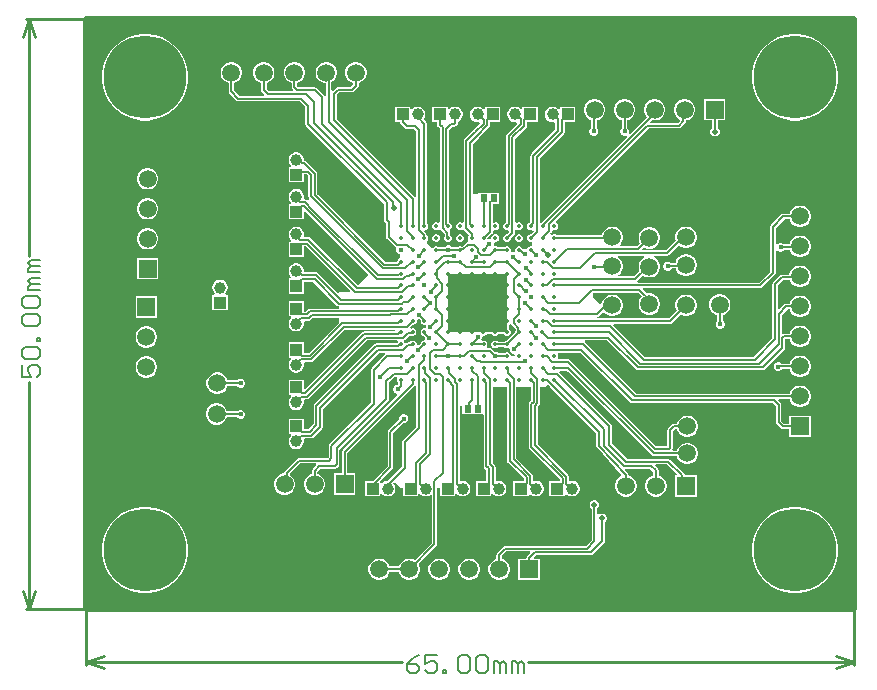
<source format=gtl>
G04*
G04 #@! TF.GenerationSoftware,Altium Limited,Altium Designer,22.0.2 (36)*
G04*
G04 Layer_Physical_Order=1*
G04 Layer_Color=255*
%FSLAX24Y24*%
%MOIN*%
G70*
G04*
G04 #@! TF.SameCoordinates,CD407462-B920-417C-8B87-A3646CBED1B3*
G04*
G04*
G04 #@! TF.FilePolarity,Positive*
G04*
G01*
G75*
%ADD11C,0.0100*%
%ADD14C,0.0197*%
%ADD15C,0.0098*%
%ADD16C,0.0060*%
%ADD17C,0.0138*%
%ADD18R,0.0236X0.0256*%
%ADD19C,0.0591*%
%ADD29R,0.0394X0.0394*%
%ADD30C,0.0394*%
%ADD31R,0.0591X0.0591*%
%ADD32R,0.0591X0.0591*%
%ADD33R,0.0394X0.0394*%
%ADD34C,0.2756*%
%ADD35C,0.0177*%
%ADD36C,0.0197*%
G36*
X25591Y1D02*
X1D01*
Y19686D01*
X25591D01*
Y1D01*
D02*
G37*
%LPC*%
G36*
X9043Y18249D02*
X8949D01*
X8859Y18225D01*
X8778Y18178D01*
X8712Y18112D01*
X8665Y18031D01*
X8641Y17940D01*
Y17847D01*
X8665Y17757D01*
X8712Y17676D01*
X8778Y17609D01*
X8859Y17563D01*
X8904Y17550D01*
Y17499D01*
X8820Y17415D01*
X8406D01*
X8370Y17408D01*
X8341Y17388D01*
X8232Y17279D01*
X8182Y17300D01*
Y17582D01*
X8230Y17609D01*
X8296Y17676D01*
X8343Y17757D01*
X8367Y17847D01*
Y17940D01*
X8343Y18031D01*
X8296Y18112D01*
X8230Y18178D01*
X8149Y18225D01*
X8059Y18249D01*
X7965D01*
X7875Y18225D01*
X7794Y18178D01*
X7728Y18112D01*
X7681Y18031D01*
X7657Y17940D01*
Y17847D01*
X7681Y17757D01*
X7728Y17676D01*
X7794Y17609D01*
X7875Y17563D01*
X7965Y17538D01*
X7999D01*
Y17118D01*
X7949Y17112D01*
X7929Y17142D01*
X7701Y17370D01*
X7671Y17390D01*
X7636Y17397D01*
X7083D01*
X7041Y17440D01*
Y17550D01*
X7086Y17563D01*
X7167Y17609D01*
X7233Y17676D01*
X7280Y17757D01*
X7304Y17847D01*
Y17940D01*
X7280Y18031D01*
X7233Y18112D01*
X7167Y18178D01*
X7086Y18225D01*
X6996Y18249D01*
X6902D01*
X6812Y18225D01*
X6731Y18178D01*
X6665Y18112D01*
X6618Y18031D01*
X6594Y17940D01*
Y17847D01*
X6618Y17757D01*
X6665Y17676D01*
X6731Y17609D01*
X6812Y17563D01*
X6857Y17550D01*
Y17402D01*
X6864Y17366D01*
X6884Y17337D01*
X6898Y17323D01*
X6878Y17277D01*
X6101D01*
X6017Y17361D01*
Y17550D01*
X6062Y17563D01*
X6143Y17609D01*
X6209Y17676D01*
X6256Y17757D01*
X6280Y17847D01*
Y17940D01*
X6256Y18031D01*
X6209Y18112D01*
X6143Y18178D01*
X6062Y18225D01*
X5972Y18249D01*
X5878D01*
X5788Y18225D01*
X5707Y18178D01*
X5641Y18112D01*
X5594Y18031D01*
X5570Y17940D01*
Y17847D01*
X5594Y17757D01*
X5641Y17676D01*
X5707Y17609D01*
X5788Y17563D01*
X5833Y17550D01*
Y17323D01*
X5840Y17288D01*
X5860Y17258D01*
X5949Y17169D01*
X5928Y17119D01*
X5117D01*
X4934Y17302D01*
Y17550D01*
X4980Y17563D01*
X5061Y17609D01*
X5127Y17676D01*
X5174Y17757D01*
X5198Y17847D01*
Y17940D01*
X5174Y18031D01*
X5127Y18112D01*
X5061Y18178D01*
X4980Y18225D01*
X4889Y18249D01*
X4796D01*
X4705Y18225D01*
X4624Y18178D01*
X4558Y18112D01*
X4511Y18031D01*
X4487Y17940D01*
Y17847D01*
X4511Y17757D01*
X4558Y17676D01*
X4624Y17609D01*
X4705Y17563D01*
X4751Y17550D01*
Y17264D01*
X4758Y17229D01*
X4778Y17199D01*
X5014Y16963D01*
X5044Y16943D01*
X5079Y16936D01*
X7127D01*
X7310Y16753D01*
Y16181D01*
X7317Y16146D01*
X7337Y16116D01*
X9928Y13525D01*
Y12992D01*
X9935Y12957D01*
X9955Y12927D01*
X10007Y12875D01*
Y12421D01*
X10014Y12386D01*
X10034Y12356D01*
X10295Y12095D01*
X10325Y12075D01*
X10349Y12019D01*
X10346Y12011D01*
Y11952D01*
X10368Y11897D01*
X10410Y11855D01*
X10453Y11837D01*
Y11710D01*
X10421Y11697D01*
X10385Y11660D01*
X10365Y11613D01*
Y11587D01*
X10362Y11584D01*
X9987D01*
X7713Y13858D01*
Y14524D01*
X7706Y14559D01*
X7687Y14589D01*
X7343Y14932D01*
X7314Y14952D01*
X7279Y14959D01*
X7265D01*
Y15022D01*
X7247Y15087D01*
X7213Y15146D01*
X7166Y15194D01*
X7107Y15228D01*
X7042Y15245D01*
X6974D01*
X6909Y15228D01*
X6850Y15194D01*
X6802Y15146D01*
X6769Y15087D01*
X6751Y15022D01*
Y14954D01*
X6769Y14889D01*
X6802Y14830D01*
X6838Y14795D01*
X6820Y14745D01*
X6751D01*
Y14231D01*
X7265D01*
Y14496D01*
X7350D01*
X7410Y14436D01*
Y13770D01*
X7417Y13735D01*
X7426Y13722D01*
Y13644D01*
X7380Y13625D01*
X7370Y13635D01*
X7340Y13655D01*
X7305Y13662D01*
X7289D01*
X7258Y13701D01*
X7265Y13726D01*
Y13794D01*
X7247Y13859D01*
X7213Y13918D01*
X7166Y13965D01*
X7107Y13999D01*
X7042Y14017D01*
X6974D01*
X6909Y13999D01*
X6850Y13965D01*
X6802Y13918D01*
X6769Y13859D01*
X6751Y13794D01*
Y13726D01*
X6769Y13661D01*
X6802Y13602D01*
X6838Y13567D01*
X6820Y13517D01*
X6751D01*
Y13003D01*
X7265D01*
Y13245D01*
X7311Y13265D01*
X7362Y13214D01*
X7362Y13214D01*
X9418Y11157D01*
X9058Y10797D01*
X7479Y12375D01*
X7450Y12395D01*
X7414Y12402D01*
X7289D01*
X7258Y12441D01*
X7265Y12466D01*
Y12534D01*
X7247Y12599D01*
X7213Y12658D01*
X7166Y12706D01*
X7107Y12739D01*
X7042Y12757D01*
X6974D01*
X6909Y12739D01*
X6850Y12706D01*
X6802Y12658D01*
X6769Y12599D01*
X6751Y12534D01*
Y12466D01*
X6769Y12401D01*
X6802Y12342D01*
X6838Y12307D01*
X6820Y12257D01*
X6751D01*
Y11743D01*
X7265D01*
Y12098D01*
X7327D01*
X8808Y10617D01*
X8789Y10571D01*
X8425D01*
Y10571D01*
X8388Y10555D01*
X7735Y11209D01*
X7705Y11229D01*
X7670Y11236D01*
X7272D01*
X7265Y11246D01*
Y11313D01*
X7247Y11379D01*
X7213Y11437D01*
X7166Y11485D01*
X7107Y11519D01*
X7042Y11536D01*
X6974D01*
X6909Y11519D01*
X6850Y11485D01*
X6802Y11437D01*
X6769Y11379D01*
X6751Y11313D01*
Y11246D01*
X6769Y11180D01*
X6802Y11122D01*
X6838Y11086D01*
X6820Y11036D01*
X6751D01*
Y10523D01*
X7265D01*
Y10927D01*
X7266Y10928D01*
X7580D01*
X8382Y10126D01*
X8412Y10106D01*
X8425Y10104D01*
Y10026D01*
X7472D01*
X7437Y10019D01*
X7408Y9999D01*
X7330Y9921D01*
X7265D01*
Y10277D01*
X6751D01*
Y9763D01*
X6820D01*
X6838Y9713D01*
X6802Y9677D01*
X6769Y9619D01*
X6751Y9553D01*
Y9486D01*
X6769Y9421D01*
X6802Y9362D01*
X6850Y9314D01*
X6909Y9280D01*
X6974Y9263D01*
X7042D01*
X7107Y9280D01*
X7166Y9314D01*
X7213Y9362D01*
X7247Y9421D01*
X7265Y9486D01*
Y9553D01*
X7258Y9578D01*
X7289Y9618D01*
X7418D01*
X7453Y9625D01*
X7483Y9645D01*
X7560Y9722D01*
X8425D01*
Y9555D01*
X7422Y8552D01*
X7265D01*
Y8907D01*
X6751D01*
Y8393D01*
X6820D01*
X6838Y8343D01*
X6802Y8308D01*
X6769Y8249D01*
X6751Y8184D01*
Y8116D01*
X6769Y8051D01*
X6802Y7992D01*
X6850Y7944D01*
X6909Y7911D01*
X6974Y7893D01*
X7042D01*
X7107Y7911D01*
X7166Y7944D01*
X7213Y7992D01*
X7247Y8051D01*
X7265Y8116D01*
Y8184D01*
X7258Y8209D01*
X7289Y8248D01*
X7510D01*
X7545Y8255D01*
X7575Y8275D01*
X8627Y9328D01*
X10290D01*
X10320Y9278D01*
X10314Y9267D01*
X9275D01*
X9240Y9260D01*
X9210Y9240D01*
X7315Y7344D01*
X7265Y7365D01*
Y7657D01*
X6751D01*
Y7143D01*
X6820D01*
X6838Y7093D01*
X6802Y7058D01*
X6769Y6999D01*
X6751Y6934D01*
Y6866D01*
X6769Y6801D01*
X6802Y6742D01*
X6850Y6694D01*
X6909Y6661D01*
X6974Y6643D01*
X7042D01*
X7107Y6661D01*
X7166Y6694D01*
X7213Y6742D01*
X7247Y6801D01*
X7265Y6866D01*
Y6934D01*
X7258Y6959D01*
X7289Y6998D01*
X7360D01*
X7395Y7005D01*
X7425Y7025D01*
X9363Y8963D01*
X10373D01*
X10394Y8913D01*
X10385Y8905D01*
X10370Y8869D01*
X10364Y8863D01*
X9677D01*
X9642Y8856D01*
X9612Y8836D01*
X7610Y6835D01*
X7591Y6805D01*
X7584Y6770D01*
Y6172D01*
X7413Y6002D01*
X7265D01*
Y6357D01*
X6751D01*
Y5843D01*
X6820D01*
X6838Y5793D01*
X6802Y5758D01*
X6769Y5699D01*
X6751Y5634D01*
Y5566D01*
X6769Y5501D01*
X6802Y5442D01*
X6850Y5394D01*
X6909Y5361D01*
X6974Y5343D01*
X7042D01*
X7107Y5361D01*
X7166Y5394D01*
X7213Y5442D01*
X7247Y5501D01*
X7265Y5566D01*
Y5634D01*
X7258Y5659D01*
X7289Y5698D01*
X7501D01*
X7536Y5705D01*
X7566Y5725D01*
X7860Y6019D01*
X7880Y6049D01*
X7887Y6084D01*
Y6682D01*
X9765Y8560D01*
X9966D01*
X9981Y8510D01*
X9971Y8503D01*
X9522Y8054D01*
X9502Y8024D01*
X9495Y7989D01*
Y6888D01*
X8114Y5508D01*
X8094Y5478D01*
X8087Y5443D01*
Y5087D01*
X8053Y5052D01*
X7087D01*
X7052Y5045D01*
X7022Y5026D01*
X6620Y4623D01*
X6600Y4594D01*
X6593Y4559D01*
Y4529D01*
X6571D01*
X6481Y4504D01*
X6400Y4458D01*
X6334Y4391D01*
X6287Y4310D01*
X6263Y4220D01*
Y4126D01*
X6287Y4036D01*
X6334Y3955D01*
X6400Y3889D01*
X6481Y3842D01*
X6571Y3818D01*
X6665D01*
X6755Y3842D01*
X6836Y3889D01*
X6902Y3955D01*
X6949Y4036D01*
X6973Y4126D01*
Y4220D01*
X6949Y4310D01*
X6902Y4391D01*
X6836Y4458D01*
X6798Y4480D01*
X6792Y4537D01*
X7125Y4869D01*
X7661D01*
X7681Y4819D01*
X7553Y4691D01*
X7533Y4661D01*
X7526Y4626D01*
Y4516D01*
X7481Y4504D01*
X7400Y4458D01*
X7334Y4391D01*
X7287Y4310D01*
X7263Y4220D01*
Y4126D01*
X7287Y4036D01*
X7334Y3955D01*
X7400Y3889D01*
X7481Y3842D01*
X7571Y3818D01*
X7665D01*
X7755Y3842D01*
X7836Y3889D01*
X7902Y3955D01*
X7949Y4036D01*
X7973Y4126D01*
Y4220D01*
X7949Y4310D01*
X7902Y4391D01*
X7836Y4458D01*
X7755Y4504D01*
X7710Y4516D01*
Y4588D01*
X7814Y4692D01*
X8287D01*
X8323Y4699D01*
X8352Y4719D01*
X8421Y4787D01*
X8441Y4817D01*
X8448Y4852D01*
Y5326D01*
X10065Y6943D01*
X10085Y6973D01*
X10092Y7008D01*
Y7567D01*
X10143Y7618D01*
X10153Y7620D01*
X10183Y7640D01*
X10305Y7762D01*
X10355Y7761D01*
X10365Y7748D01*
X10380Y7713D01*
X10365Y7676D01*
Y7625D01*
X10385Y7577D01*
X10402Y7560D01*
Y7491D01*
X10364D01*
X10310Y7468D01*
X10268Y7427D01*
X10245Y7372D01*
Y7313D01*
X10268Y7258D01*
X10310Y7217D01*
X10364Y7194D01*
X10380Y7144D01*
X8553Y5317D01*
X8533Y5287D01*
X8526Y5252D01*
Y4529D01*
X8263D01*
Y3818D01*
X8973D01*
Y4529D01*
X8710D01*
Y5214D01*
X10951Y7455D01*
X10961Y7470D01*
X11011Y7454D01*
Y6081D01*
X10565Y5636D01*
X10545Y5606D01*
X10538Y5571D01*
Y4762D01*
X10060Y4284D01*
X10025D01*
X9960Y4267D01*
X9901Y4233D01*
X9866Y4198D01*
X9816Y4215D01*
Y4281D01*
X10212Y4677D01*
X10232Y4706D01*
X10239Y4742D01*
Y5877D01*
X10572Y6210D01*
X10620D01*
X10675Y6232D01*
X10717Y6274D01*
X10739Y6329D01*
Y6388D01*
X10717Y6442D01*
X10675Y6484D01*
X10620Y6507D01*
X10561D01*
X10506Y6484D01*
X10465Y6442D01*
X10442Y6388D01*
Y6339D01*
X10082Y5980D01*
X10062Y5950D01*
X10055Y5915D01*
Y4780D01*
X9560Y4284D01*
X9302D01*
Y3771D01*
X9816D01*
Y3840D01*
X9866Y3857D01*
X9901Y3822D01*
X9960Y3788D01*
X10025Y3771D01*
X10093D01*
X10158Y3788D01*
X10217Y3822D01*
X10265Y3870D01*
X10298Y3928D01*
X10316Y3994D01*
Y4061D01*
X10298Y4127D01*
X10265Y4185D01*
X10243Y4207D01*
X10291Y4256D01*
X10492Y4055D01*
X10562D01*
Y3771D01*
X11076D01*
Y3840D01*
X11126Y3857D01*
X11161Y3822D01*
X11220Y3788D01*
X11285Y3771D01*
X11353D01*
X11418Y3788D01*
X11472Y3820D01*
X11502Y3811D01*
X11522Y3803D01*
Y2203D01*
X10959Y1640D01*
X10909Y1670D01*
X10818Y1694D01*
X10725D01*
X10635Y1670D01*
X10554Y1623D01*
X10487Y1557D01*
X10441Y1476D01*
X10428Y1430D01*
X10115D01*
X10103Y1476D01*
X10056Y1557D01*
X9990Y1623D01*
X9909Y1670D01*
X9818Y1694D01*
X9725D01*
X9635Y1670D01*
X9554Y1623D01*
X9487Y1557D01*
X9441Y1476D01*
X9416Y1385D01*
Y1292D01*
X9441Y1201D01*
X9487Y1120D01*
X9554Y1054D01*
X9635Y1008D01*
X9725Y983D01*
X9818D01*
X9909Y1008D01*
X9990Y1054D01*
X10056Y1120D01*
X10103Y1201D01*
X10115Y1247D01*
X10428D01*
X10441Y1201D01*
X10487Y1120D01*
X10554Y1054D01*
X10635Y1008D01*
X10725Y983D01*
X10818D01*
X10909Y1008D01*
X10990Y1054D01*
X11056Y1120D01*
X11103Y1201D01*
X11127Y1292D01*
Y1385D01*
X11103Y1476D01*
X11085Y1506D01*
X11679Y2100D01*
X11699Y2130D01*
X11706Y2165D01*
Y4055D01*
X11793D01*
Y3771D01*
X12307D01*
Y3840D01*
X12357Y3857D01*
X12392Y3822D01*
X12451Y3788D01*
X12516Y3771D01*
X12584D01*
X12649Y3788D01*
X12708Y3822D01*
X12756Y3870D01*
X12789Y3928D01*
X12807Y3994D01*
Y4061D01*
X12789Y4127D01*
X12756Y4185D01*
X12708Y4233D01*
X12649Y4267D01*
X12584Y4284D01*
X12516D01*
X12491Y4278D01*
X12452Y4308D01*
Y6791D01*
X12538D01*
Y6505D01*
X13229D01*
X13253Y6465D01*
Y4792D01*
X13260Y4757D01*
X13280Y4727D01*
X13348Y4659D01*
Y4284D01*
X12993D01*
Y3771D01*
X13507D01*
Y3840D01*
X13557Y3857D01*
X13592Y3822D01*
X13651Y3788D01*
X13716Y3771D01*
X13784D01*
X13849Y3788D01*
X13908Y3822D01*
X13956Y3870D01*
X13989Y3928D01*
X14007Y3994D01*
Y4061D01*
X13989Y4127D01*
X13956Y4185D01*
X13908Y4233D01*
X13849Y4267D01*
X13784Y4284D01*
X13716D01*
X13691Y4278D01*
X13652Y4308D01*
Y4747D01*
X13645Y4782D01*
X13625Y4812D01*
X13557Y4880D01*
Y7402D01*
X14041D01*
Y4958D01*
X14048Y4923D01*
X14068Y4893D01*
X14598Y4363D01*
Y4284D01*
X14243D01*
Y3771D01*
X14757D01*
Y3840D01*
X14807Y3857D01*
X14842Y3822D01*
X14901Y3788D01*
X14966Y3771D01*
X15034D01*
X15099Y3788D01*
X15158Y3822D01*
X15206Y3870D01*
X15239Y3928D01*
X15257Y3994D01*
Y4061D01*
X15239Y4127D01*
X15206Y4185D01*
X15158Y4233D01*
X15099Y4267D01*
X15034Y4284D01*
X14966D01*
X14941Y4278D01*
X14902Y4308D01*
Y4451D01*
X14895Y4486D01*
X14875Y4515D01*
X14344Y5046D01*
Y7402D01*
X14828D01*
Y6951D01*
X14782Y6905D01*
X14762Y6875D01*
X14755Y6840D01*
Y5417D01*
X14762Y5382D01*
X14782Y5352D01*
X15798Y4335D01*
Y4284D01*
X15443D01*
Y3771D01*
X15957D01*
Y3840D01*
X16007Y3857D01*
X16042Y3822D01*
X16101Y3788D01*
X16166Y3771D01*
X16234D01*
X16299Y3788D01*
X16358Y3822D01*
X16406Y3870D01*
X16439Y3928D01*
X16457Y3994D01*
Y4061D01*
X16439Y4127D01*
X16406Y4185D01*
X16358Y4233D01*
X16299Y4267D01*
X16234Y4284D01*
X16166D01*
X16141Y4278D01*
X16102Y4308D01*
Y4423D01*
X16095Y4458D01*
X16075Y4488D01*
X15059Y5504D01*
Y6753D01*
X15105Y6799D01*
X15125Y6829D01*
X15132Y6864D01*
Y7402D01*
X15289D01*
X15384Y7496D01*
X15473Y7407D01*
X15479Y7403D01*
X16999Y5883D01*
X16999Y5467D01*
X17001Y5455D01*
X17002Y5443D01*
X17005Y5434D01*
X17006Y5432D01*
X17006Y5428D01*
X17014Y5416D01*
X17021Y5402D01*
X17023Y5400D01*
X17025Y5398D01*
X17847Y4490D01*
X17834Y4431D01*
X17778Y4398D01*
X17712Y4332D01*
X17665Y4251D01*
X17641Y4161D01*
Y4067D01*
X17665Y3977D01*
X17712Y3896D01*
X17778Y3830D01*
X17859Y3783D01*
X17949Y3759D01*
X18043D01*
X18133Y3783D01*
X18214Y3830D01*
X18280Y3896D01*
X18327Y3977D01*
X18351Y4067D01*
Y4161D01*
X18327Y4251D01*
X18280Y4332D01*
X18214Y4398D01*
X18133Y4445D01*
X18084Y4458D01*
X18084Y4467D01*
X18081Y4482D01*
X18079Y4497D01*
X18077Y4500D01*
X18077Y4502D01*
X18068Y4515D01*
X18060Y4528D01*
X17957Y4642D01*
X17980Y4692D01*
X18805D01*
X18904Y4592D01*
Y4457D01*
X18859Y4445D01*
X18778Y4398D01*
X18712Y4332D01*
X18665Y4251D01*
X18641Y4161D01*
Y4067D01*
X18665Y3977D01*
X18712Y3896D01*
X18778Y3830D01*
X18859Y3783D01*
X18949Y3759D01*
X19043D01*
X19133Y3783D01*
X19214Y3830D01*
X19280Y3896D01*
X19327Y3977D01*
X19351Y4067D01*
Y4161D01*
X19327Y4251D01*
X19280Y4332D01*
X19214Y4398D01*
X19133Y4445D01*
X19088Y4457D01*
Y4630D01*
X19081Y4665D01*
X19061Y4695D01*
X18973Y4783D01*
X18992Y4830D01*
X19371D01*
X19685Y4516D01*
X19666Y4469D01*
X19641D01*
Y3759D01*
X20351D01*
Y4469D01*
X19957D01*
X19951Y4499D01*
X19931Y4529D01*
X19474Y4986D01*
X19445Y5006D01*
X19409Y5013D01*
X18050D01*
X17533Y5530D01*
Y6102D01*
X17526Y6137D01*
X17506Y6167D01*
X15771Y7902D01*
X15791Y7952D01*
X16032D01*
X18852Y5132D01*
X18882Y5112D01*
X18917Y5105D01*
X19696D01*
X19708Y5060D01*
X19755Y4979D01*
X19821Y4913D01*
X19902Y4866D01*
X19993Y4842D01*
X20086D01*
X20176Y4866D01*
X20258Y4913D01*
X20324Y4979D01*
X20370Y5060D01*
X20395Y5150D01*
Y5244D01*
X20370Y5334D01*
X20324Y5415D01*
X20258Y5481D01*
X20176Y5528D01*
X20086Y5552D01*
X19993D01*
X19902Y5528D01*
X19821Y5481D01*
X19755Y5415D01*
X19708Y5334D01*
X19696Y5289D01*
X19568D01*
X19559Y5298D01*
X19543Y5339D01*
X19553Y5354D01*
X19560Y5389D01*
Y5946D01*
X19625Y6011D01*
X19696D01*
X19708Y5965D01*
X19755Y5884D01*
X19821Y5818D01*
X19902Y5771D01*
X19993Y5747D01*
X20086D01*
X20176Y5771D01*
X20258Y5818D01*
X20324Y5884D01*
X20370Y5965D01*
X20395Y6056D01*
Y6149D01*
X20370Y6239D01*
X20324Y6321D01*
X20258Y6387D01*
X20176Y6433D01*
X20086Y6458D01*
X19993D01*
X19902Y6433D01*
X19821Y6387D01*
X19755Y6321D01*
X19708Y6239D01*
X19696Y6194D01*
X19587D01*
X19552Y6187D01*
X19522Y6167D01*
X19404Y6049D01*
X19384Y6019D01*
X19377Y5984D01*
Y5446D01*
X18995D01*
X16128Y8313D01*
X16098Y8333D01*
X16063Y8340D01*
X15762D01*
X15732Y8390D01*
X15741Y8412D01*
Y8463D01*
X15726Y8500D01*
X15741Y8536D01*
X15753Y8550D01*
X16478D01*
X18124Y6904D01*
X18154Y6884D01*
X18189Y6877D01*
X22895D01*
X22999Y6773D01*
Y6240D01*
X23006Y6205D01*
X23026Y6175D01*
X23166Y6035D01*
X23196Y6015D01*
X23231Y6008D01*
X23445D01*
Y5745D01*
X24155D01*
Y6455D01*
X23445D01*
Y6192D01*
X23269D01*
X23182Y6278D01*
Y6811D01*
X23175Y6846D01*
X23155Y6876D01*
X23069Y6962D01*
X23088Y7008D01*
X23457D01*
X23469Y6963D01*
X23516Y6882D01*
X23582Y6816D01*
X23663Y6769D01*
X23753Y6745D01*
X23847D01*
X23937Y6769D01*
X24018Y6816D01*
X24084Y6882D01*
X24131Y6963D01*
X24155Y7053D01*
Y7147D01*
X24131Y7237D01*
X24084Y7318D01*
X24018Y7384D01*
X23937Y7431D01*
X23847Y7455D01*
X23753D01*
X23663Y7431D01*
X23582Y7384D01*
X23516Y7318D01*
X23469Y7237D01*
X23457Y7192D01*
X18332D01*
X16627Y8896D01*
X16628Y8955D01*
X16634Y8963D01*
X17364D01*
X18321Y8006D01*
X18351Y7986D01*
X18386Y7979D01*
X22559D01*
X22594Y7986D01*
X22624Y8006D01*
X23277Y8659D01*
X23297Y8689D01*
X23304Y8724D01*
Y9001D01*
X23311Y9008D01*
X23457D01*
X23469Y8963D01*
X23516Y8882D01*
X23582Y8816D01*
X23663Y8769D01*
X23753Y8745D01*
X23847D01*
X23937Y8769D01*
X24018Y8816D01*
X24084Y8882D01*
X24131Y8963D01*
X24155Y9053D01*
Y9147D01*
X24131Y9237D01*
X24084Y9318D01*
X24018Y9384D01*
X23937Y9431D01*
X23847Y9455D01*
X23753D01*
X23663Y9431D01*
X23582Y9384D01*
X23516Y9318D01*
X23469Y9237D01*
X23457Y9192D01*
X23273D01*
X23238Y9185D01*
X23234Y9182D01*
X23184Y9209D01*
Y9806D01*
X23386Y10008D01*
X23457D01*
X23469Y9963D01*
X23516Y9882D01*
X23582Y9816D01*
X23663Y9769D01*
X23753Y9745D01*
X23847D01*
X23937Y9769D01*
X24018Y9816D01*
X24084Y9882D01*
X24131Y9963D01*
X24155Y10053D01*
Y10147D01*
X24131Y10237D01*
X24084Y10318D01*
X24018Y10384D01*
X23937Y10431D01*
X23847Y10455D01*
X23753D01*
X23663Y10431D01*
X23582Y10384D01*
X23516Y10318D01*
X23469Y10237D01*
X23457Y10192D01*
X23348D01*
X23313Y10185D01*
X23283Y10165D01*
X23110Y9992D01*
X23064Y10011D01*
Y10808D01*
X23233Y10977D01*
X23465D01*
X23469Y10963D01*
X23516Y10882D01*
X23582Y10816D01*
X23663Y10769D01*
X23753Y10745D01*
X23847D01*
X23937Y10769D01*
X24018Y10816D01*
X24084Y10882D01*
X24131Y10963D01*
X24155Y11053D01*
Y11147D01*
X24131Y11237D01*
X24084Y11318D01*
X24018Y11384D01*
X23937Y11431D01*
X23847Y11455D01*
X23753D01*
X23663Y11431D01*
X23582Y11384D01*
X23516Y11318D01*
X23469Y11237D01*
X23448Y11161D01*
X23195D01*
X23160Y11154D01*
X23130Y11134D01*
X22908Y10911D01*
X22888Y10882D01*
X22881Y10846D01*
Y9034D01*
X22249Y8403D01*
X18637D01*
X17578Y9461D01*
X17599Y9511D01*
X19465D01*
X19500Y9518D01*
X19530Y9538D01*
X19822Y9830D01*
X19863Y9807D01*
X19953Y9783D01*
X20047D01*
X20137Y9807D01*
X20218Y9854D01*
X20284Y9920D01*
X20331Y10001D01*
X20355Y10091D01*
Y10185D01*
X20331Y10275D01*
X20284Y10356D01*
X20218Y10422D01*
X20137Y10469D01*
X20047Y10493D01*
X19953D01*
X19863Y10469D01*
X19782Y10422D01*
X19716Y10356D01*
X19669Y10275D01*
X19645Y10185D01*
Y10091D01*
X19669Y10001D01*
X19692Y9960D01*
X19427Y9695D01*
X17035D01*
X17030Y9745D01*
X17054Y9749D01*
X17084Y9769D01*
X17237Y9922D01*
X17255Y9920D01*
X17321Y9854D01*
X17402Y9807D01*
X17493Y9783D01*
X17586D01*
X17677Y9807D01*
X17758Y9854D01*
X17824Y9920D01*
X17870Y10001D01*
X17895Y10091D01*
Y10185D01*
X17870Y10275D01*
X17824Y10356D01*
X17758Y10422D01*
X17677Y10469D01*
X17586Y10493D01*
X17493D01*
X17402Y10469D01*
X17321Y10422D01*
X17255Y10356D01*
X17208Y10275D01*
X17187Y10196D01*
X17139Y10174D01*
X16909Y10403D01*
Y10558D01*
X18407D01*
X18532Y10432D01*
X18495Y10395D01*
X18448Y10314D01*
X18424Y10224D01*
Y10130D01*
X18448Y10040D01*
X18495Y9959D01*
X18561Y9893D01*
X18642Y9846D01*
X18733Y9822D01*
X18826D01*
X18917Y9846D01*
X18998Y9893D01*
X19064Y9959D01*
X19111Y10040D01*
X19135Y10130D01*
Y10224D01*
X19111Y10314D01*
X19064Y10395D01*
X18998Y10461D01*
X18917Y10508D01*
X18826Y10532D01*
X18733D01*
X18700Y10524D01*
X18562Y10662D01*
X18581Y10708D01*
X22473D01*
X22508Y10715D01*
X22538Y10735D01*
X22959Y11156D01*
X22978Y11185D01*
X22985Y11220D01*
Y11954D01*
X23035Y11971D01*
X23065Y11941D01*
X23120Y11918D01*
X23179D01*
X23234Y11941D01*
X23276Y11983D01*
X23279Y11992D01*
X23461D01*
X23469Y11963D01*
X23516Y11882D01*
X23582Y11816D01*
X23663Y11769D01*
X23753Y11745D01*
X23847D01*
X23937Y11769D01*
X24018Y11816D01*
X24084Y11882D01*
X24131Y11963D01*
X24155Y12053D01*
Y12147D01*
X24131Y12237D01*
X24084Y12318D01*
X24018Y12384D01*
X23937Y12431D01*
X23847Y12455D01*
X23753D01*
X23663Y12431D01*
X23582Y12384D01*
X23516Y12318D01*
X23469Y12237D01*
X23452Y12175D01*
X23251D01*
X23234Y12193D01*
X23179Y12216D01*
X23120D01*
X23065Y12193D01*
X23035Y12163D01*
X22985Y12180D01*
Y12708D01*
X23286Y13008D01*
X23457D01*
X23469Y12963D01*
X23516Y12882D01*
X23582Y12816D01*
X23663Y12769D01*
X23753Y12745D01*
X23847D01*
X23937Y12769D01*
X24018Y12816D01*
X24084Y12882D01*
X24131Y12963D01*
X24155Y13053D01*
Y13147D01*
X24131Y13237D01*
X24084Y13318D01*
X24018Y13384D01*
X23937Y13431D01*
X23847Y13455D01*
X23753D01*
X23663Y13431D01*
X23582Y13384D01*
X23516Y13318D01*
X23469Y13237D01*
X23457Y13192D01*
X23248D01*
X23213Y13185D01*
X23183Y13165D01*
X22829Y12811D01*
X22809Y12781D01*
X22802Y12746D01*
Y11258D01*
X22435Y10892D01*
X18391D01*
X18376Y10930D01*
X18375Y10942D01*
X18564Y11131D01*
X18642Y11086D01*
X18733Y11062D01*
X18826D01*
X18917Y11086D01*
X18998Y11133D01*
X19064Y11199D01*
X19111Y11280D01*
X19135Y11371D01*
Y11464D01*
X19111Y11554D01*
X19064Y11635D01*
X18998Y11702D01*
X18932Y11739D01*
X18946Y11789D01*
X19361D01*
X19396Y11796D01*
X19426Y11816D01*
X19755Y12145D01*
X19782Y12117D01*
X19863Y12071D01*
X19953Y12046D01*
X20047D01*
X20137Y12071D01*
X20218Y12117D01*
X20284Y12183D01*
X20331Y12264D01*
X20355Y12355D01*
Y12448D01*
X20331Y12539D01*
X20284Y12620D01*
X20218Y12686D01*
X20137Y12733D01*
X20047Y12757D01*
X19953D01*
X19863Y12733D01*
X19782Y12686D01*
X19716Y12620D01*
X19669Y12539D01*
X19645Y12448D01*
Y12355D01*
X19658Y12307D01*
X19323Y11973D01*
X18566D01*
X18546Y12019D01*
X18602Y12074D01*
X18642Y12051D01*
X18733Y12027D01*
X18826D01*
X18917Y12051D01*
X18998Y12098D01*
X19064Y12164D01*
X19111Y12245D01*
X19135Y12335D01*
Y12429D01*
X19111Y12519D01*
X19064Y12600D01*
X18998Y12666D01*
X18917Y12713D01*
X18826Y12737D01*
X18733D01*
X18642Y12713D01*
X18561Y12666D01*
X18495Y12600D01*
X18448Y12519D01*
X18424Y12429D01*
Y12335D01*
X18448Y12245D01*
X18472Y12204D01*
X18376Y12108D01*
X17819D01*
X17798Y12158D01*
X17824Y12183D01*
X17870Y12264D01*
X17895Y12355D01*
Y12448D01*
X17870Y12539D01*
X17824Y12620D01*
X17758Y12686D01*
X17677Y12733D01*
X17586Y12757D01*
X17493D01*
X17402Y12733D01*
X17321Y12686D01*
X17255Y12620D01*
X17208Y12539D01*
X17193Y12480D01*
X15689D01*
X15685Y12484D01*
X15638Y12504D01*
X15587D01*
X15539Y12484D01*
X15536Y12481D01*
X15494Y12486D01*
X15476Y12531D01*
X15499Y12554D01*
X15518Y12583D01*
X15524Y12611D01*
X15536Y12624D01*
X15575Y12644D01*
X15587Y12640D01*
X15638D01*
X15685Y12659D01*
X15721Y12695D01*
X15741Y12743D01*
Y12794D01*
X15721Y12842D01*
X15685Y12878D01*
X15674Y12882D01*
X15662Y12941D01*
X18751Y16030D01*
X19764D01*
X19799Y16037D01*
X19829Y16057D01*
X19971Y16200D01*
X19991Y16230D01*
X19998Y16265D01*
Y16295D01*
X20087Y16319D01*
X20168Y16366D01*
X20234Y16432D01*
X20281Y16513D01*
X20305Y16603D01*
Y16697D01*
X20281Y16787D01*
X20234Y16868D01*
X20168Y16934D01*
X20087Y16981D01*
X19997Y17005D01*
X19903D01*
X19813Y16981D01*
X19732Y16934D01*
X19666Y16868D01*
X19619Y16787D01*
X19595Y16697D01*
Y16603D01*
X19619Y16513D01*
X19666Y16432D01*
X19732Y16366D01*
X19780Y16338D01*
X19788Y16276D01*
X19726Y16214D01*
X18827D01*
X18808Y16260D01*
X18856Y16307D01*
X18903Y16295D01*
X18997D01*
X19087Y16319D01*
X19168Y16366D01*
X19234Y16432D01*
X19281Y16513D01*
X19305Y16603D01*
Y16697D01*
X19281Y16787D01*
X19234Y16868D01*
X19168Y16934D01*
X19087Y16981D01*
X18997Y17005D01*
X18903D01*
X18813Y16981D01*
X18732Y16934D01*
X18666Y16868D01*
X18619Y16787D01*
X18595Y16697D01*
Y16603D01*
X18619Y16513D01*
X18666Y16432D01*
X18693Y16405D01*
X18128Y15840D01*
X18086Y15868D01*
X18101Y15905D01*
Y15965D01*
X18079Y16019D01*
X18043Y16055D01*
Y16307D01*
X18087Y16319D01*
X18168Y16366D01*
X18234Y16432D01*
X18281Y16513D01*
X18305Y16603D01*
Y16697D01*
X18281Y16787D01*
X18234Y16868D01*
X18168Y16934D01*
X18087Y16981D01*
X17997Y17005D01*
X17903D01*
X17813Y16981D01*
X17732Y16934D01*
X17666Y16868D01*
X17619Y16787D01*
X17595Y16697D01*
Y16603D01*
X17619Y16513D01*
X17666Y16432D01*
X17732Y16366D01*
X17813Y16319D01*
X17860Y16306D01*
Y16052D01*
X17827Y16019D01*
X17804Y15965D01*
Y15905D01*
X17827Y15851D01*
X17869Y15809D01*
X17923Y15786D01*
X17982D01*
X18020Y15802D01*
X18048Y15760D01*
X15182Y12893D01*
X15180Y12893D01*
X15132Y12926D01*
Y15049D01*
X15925Y15842D01*
X15945Y15872D01*
X15952Y15907D01*
Y16243D01*
X16307D01*
Y16757D01*
X15793D01*
Y16688D01*
X15743Y16670D01*
X15708Y16706D01*
X15649Y16739D01*
X15584Y16757D01*
X15516D01*
X15451Y16739D01*
X15392Y16706D01*
X15344Y16658D01*
X15311Y16599D01*
X15293Y16534D01*
Y16466D01*
X15311Y16401D01*
X15344Y16342D01*
X15392Y16294D01*
X15451Y16261D01*
X15516Y16243D01*
X15584D01*
X15609Y16250D01*
X15648Y16219D01*
Y15995D01*
X14855Y15201D01*
X14844Y15185D01*
X14837Y15178D01*
X14817Y15148D01*
X14810Y15113D01*
Y12900D01*
X14807Y12897D01*
X14799D01*
X14752Y12878D01*
X14716Y12842D01*
X14696Y12794D01*
Y12743D01*
X14716Y12695D01*
X14752Y12659D01*
X14799Y12640D01*
X14850D01*
X14858Y12643D01*
X14915Y12612D01*
X14918Y12597D01*
X14824Y12504D01*
X14799D01*
X14752Y12484D01*
X14716Y12448D01*
X14696Y12400D01*
Y12349D01*
X14716Y12302D01*
X14752Y12266D01*
X14799Y12246D01*
X14850D01*
X14862Y12238D01*
Y12118D01*
X14850Y12110D01*
X14799D01*
X14752Y12090D01*
X14716Y12054D01*
X14696Y12007D01*
X14679Y11996D01*
X14651Y12007D01*
X14592D01*
X14574Y12000D01*
X14555Y12019D01*
X14540Y12054D01*
X14504Y12090D01*
X14457Y12110D01*
X14405D01*
X14358Y12090D01*
X14322Y12054D01*
X14302Y12007D01*
Y11955D01*
X14311Y11934D01*
X14273Y11896D01*
X14248Y11906D01*
X14200D01*
X14173Y11933D01*
X14164Y11950D01*
X14166Y11955D01*
Y12007D01*
X14147Y12054D01*
X14110Y12090D01*
X14063Y12110D01*
X14012D01*
X13964Y12090D01*
X13947Y12073D01*
X13734D01*
X13717Y12090D01*
X13669Y12110D01*
X13629D01*
X13603Y12136D01*
X13593Y12154D01*
X13593Y12155D01*
Y12202D01*
X13606Y12224D01*
X13635Y12246D01*
X13669D01*
X13717Y12266D01*
X13753Y12302D01*
X13773Y12349D01*
Y12400D01*
X13753Y12448D01*
X13717Y12484D01*
X13669Y12504D01*
X13618D01*
X13571Y12484D01*
X13534Y12448D01*
X13515Y12400D01*
Y12371D01*
X13478Y12337D01*
X13469Y12334D01*
X13425D01*
X13411Y12338D01*
X13379Y12373D01*
Y12374D01*
X13530Y12525D01*
X13550Y12555D01*
X13557Y12590D01*
Y12611D01*
X13607Y12644D01*
X13618Y12640D01*
X13669D01*
X13717Y12659D01*
X13753Y12695D01*
X13773Y12743D01*
Y12794D01*
X13753Y12842D01*
X13717Y12878D01*
X13669Y12897D01*
X13618D01*
X13607Y12893D01*
X13557Y12926D01*
Y13513D01*
X13771D01*
Y13889D01*
X13080D01*
Y13858D01*
X12889D01*
Y15522D01*
X13092Y15725D01*
X13092Y15725D01*
X13435Y16068D01*
X13455Y16097D01*
X13462Y16133D01*
Y16243D01*
X13807D01*
Y16757D01*
X13293D01*
Y16688D01*
X13243Y16670D01*
X13208Y16706D01*
X13149Y16739D01*
X13084Y16757D01*
X13016D01*
X12951Y16739D01*
X12892Y16706D01*
X12844Y16658D01*
X12811Y16599D01*
X12793Y16534D01*
Y16466D01*
X12811Y16401D01*
X12844Y16342D01*
X12892Y16294D01*
X12951Y16261D01*
X13016Y16243D01*
X13084D01*
X13126Y16205D01*
X13129Y16191D01*
X12913Y15974D01*
X12913Y15974D01*
X12613Y15674D01*
X12593Y15645D01*
X12586Y15609D01*
Y12898D01*
X12536Y12877D01*
X12536Y12878D01*
X12488Y12897D01*
X12437D01*
X12390Y12878D01*
X12353Y12842D01*
X12334Y12794D01*
Y12743D01*
X12353Y12695D01*
X12390Y12659D01*
X12437Y12640D01*
X12488D01*
X12536Y12659D01*
X12541Y12665D01*
X12561Y12663D01*
X12598Y12651D01*
X12613Y12630D01*
X12765Y12478D01*
Y12465D01*
X12747Y12448D01*
X12727Y12400D01*
Y12349D01*
X12747Y12302D01*
X12747Y12301D01*
X12736Y12264D01*
X12728Y12251D01*
X12697Y12244D01*
X12667Y12225D01*
X12536Y12094D01*
X12528D01*
X12488Y12110D01*
X12437D01*
X12390Y12090D01*
X12372Y12073D01*
X12187D01*
X12153Y12107D01*
X12098Y12130D01*
X12039D01*
X11985Y12107D01*
X11951Y12073D01*
X11766D01*
X11748Y12090D01*
X11701Y12110D01*
X11650D01*
X11602Y12090D01*
X11566Y12054D01*
X11549Y12051D01*
X11375Y12224D01*
X11380Y12291D01*
X11391Y12302D01*
X11410Y12349D01*
Y12400D01*
X11391Y12448D01*
X11355Y12484D01*
X11350Y12486D01*
X11344Y12516D01*
X11324Y12546D01*
X11280Y12590D01*
X11301Y12640D01*
X11307D01*
X11355Y12659D01*
X11391Y12695D01*
X11410Y12743D01*
Y12794D01*
X11391Y12842D01*
X11373Y12859D01*
Y16178D01*
X11366Y16213D01*
X11346Y16243D01*
X11251Y16338D01*
X11256Y16342D01*
X11289Y16401D01*
X11307Y16466D01*
Y16534D01*
X11289Y16599D01*
X11256Y16658D01*
X11208Y16706D01*
X11149Y16739D01*
X11084Y16757D01*
X11016D01*
X10951Y16739D01*
X10892Y16706D01*
X10857Y16670D01*
X10807Y16688D01*
Y16757D01*
X10293D01*
Y16243D01*
X10460D01*
X10465Y16217D01*
X10485Y16188D01*
X10635Y16037D01*
X10665Y16018D01*
X10700Y16011D01*
X10927D01*
X11008Y15929D01*
Y13751D01*
X10958Y13736D01*
X10953Y13744D01*
X9169Y15527D01*
X9169Y15527D01*
X8359Y16337D01*
Y17147D01*
X8444Y17231D01*
X8858D01*
X8893Y17238D01*
X8923Y17258D01*
X9061Y17396D01*
X9081Y17426D01*
X9088Y17461D01*
Y17550D01*
X9133Y17563D01*
X9214Y17609D01*
X9280Y17676D01*
X9327Y17757D01*
X9351Y17847D01*
Y17940D01*
X9327Y18031D01*
X9280Y18112D01*
X9214Y18178D01*
X9133Y18225D01*
X9043Y18249D01*
D02*
G37*
G36*
X12334Y16757D02*
X12266D01*
X12201Y16739D01*
X12142Y16706D01*
X12107Y16670D01*
X12057Y16688D01*
Y16757D01*
X11543D01*
Y16243D01*
X11708D01*
Y16158D01*
X11715Y16123D01*
X11735Y16093D01*
X11799Y16030D01*
Y12898D01*
X11749Y12877D01*
X11748Y12878D01*
X11701Y12897D01*
X11650D01*
X11602Y12878D01*
X11566Y12842D01*
X11546Y12794D01*
Y12743D01*
X11566Y12695D01*
X11602Y12659D01*
X11650Y12640D01*
X11701D01*
X11748Y12659D01*
X11754Y12665D01*
X11774Y12663D01*
X11811Y12651D01*
X11825Y12630D01*
X11955Y12500D01*
Y12436D01*
X11940Y12400D01*
Y12349D01*
X11960Y12302D01*
X11996Y12266D01*
X12043Y12246D01*
X12095D01*
X12142Y12266D01*
X12178Y12302D01*
X12198Y12349D01*
Y12400D01*
X12178Y12448D01*
X12142Y12484D01*
X12138Y12486D01*
Y12538D01*
X12131Y12573D01*
X12117Y12595D01*
X12120Y12627D01*
X12131Y12655D01*
X12142Y12659D01*
X12178Y12695D01*
X12198Y12743D01*
Y12794D01*
X12178Y12842D01*
X12142Y12878D01*
X12106Y12892D01*
X12102Y12897D01*
Y15980D01*
X12211Y16089D01*
X12265D01*
X12300Y16096D01*
X12330Y16116D01*
X12365Y16151D01*
X12385Y16181D01*
X12392Y16216D01*
Y16259D01*
X12399Y16261D01*
X12458Y16294D01*
X12506Y16342D01*
X12539Y16401D01*
X12557Y16466D01*
Y16534D01*
X12539Y16599D01*
X12506Y16658D01*
X12458Y16706D01*
X12399Y16739D01*
X12334Y16757D01*
D02*
G37*
G36*
X15057D02*
X14543D01*
Y16688D01*
X14493Y16670D01*
X14458Y16706D01*
X14399Y16739D01*
X14334Y16757D01*
X14266D01*
X14201Y16739D01*
X14142Y16706D01*
X14094Y16658D01*
X14061Y16599D01*
X14043Y16534D01*
Y16466D01*
X14061Y16401D01*
X14094Y16342D01*
X14142Y16294D01*
X14201Y16261D01*
X14266Y16243D01*
X14334D01*
X14368Y16204D01*
X14369Y16183D01*
X14031Y15845D01*
X14011Y15816D01*
X14004Y15780D01*
Y12897D01*
X14000Y12892D01*
X13964Y12878D01*
X13928Y12842D01*
X13909Y12794D01*
Y12743D01*
X13928Y12695D01*
X13964Y12659D01*
X14012Y12640D01*
X14063D01*
X14098Y12603D01*
X14101Y12568D01*
X14037Y12504D01*
X14012D01*
X13964Y12484D01*
X13928Y12448D01*
X13909Y12400D01*
Y12349D01*
X13928Y12302D01*
X13964Y12266D01*
X14012Y12246D01*
X14063D01*
X14110Y12266D01*
X14147Y12302D01*
X14166Y12349D01*
Y12374D01*
X14281Y12488D01*
X14301Y12518D01*
X14308Y12553D01*
Y12639D01*
X14358Y12660D01*
X14358Y12659D01*
X14405Y12640D01*
X14457D01*
X14504Y12659D01*
X14540Y12695D01*
X14560Y12743D01*
Y12794D01*
X14540Y12842D01*
X14504Y12878D01*
X14457Y12897D01*
X14405D01*
X14358Y12878D01*
X14358Y12877D01*
X14308Y12898D01*
Y15693D01*
X14675Y16060D01*
X14695Y16090D01*
X14702Y16125D01*
Y16243D01*
X15057D01*
Y16757D01*
D02*
G37*
G36*
X23745Y19169D02*
X23518D01*
X23295Y19134D01*
X23080Y19064D01*
X22878Y18961D01*
X22695Y18828D01*
X22535Y18668D01*
X22402Y18485D01*
X22299Y18283D01*
X22229Y18068D01*
X22194Y17845D01*
Y17618D01*
X22229Y17395D01*
X22299Y17180D01*
X22402Y16978D01*
X22535Y16795D01*
X22695Y16635D01*
X22878Y16502D01*
X23080Y16399D01*
X23295Y16329D01*
X23518Y16294D01*
X23745D01*
X23968Y16329D01*
X24183Y16399D01*
X24385Y16502D01*
X24568Y16635D01*
X24728Y16795D01*
X24861Y16978D01*
X24964Y17180D01*
X25034Y17395D01*
X25069Y17618D01*
Y17845D01*
X25034Y18068D01*
X24964Y18283D01*
X24861Y18485D01*
X24728Y18668D01*
X24568Y18828D01*
X24385Y18961D01*
X24183Y19064D01*
X23968Y19134D01*
X23745Y19169D01*
D02*
G37*
G36*
X2082D02*
X1855D01*
X1632Y19134D01*
X1417Y19064D01*
X1215Y18961D01*
X1032Y18828D01*
X872Y18668D01*
X739Y18485D01*
X636Y18283D01*
X566Y18068D01*
X531Y17845D01*
Y17618D01*
X566Y17395D01*
X636Y17180D01*
X739Y16978D01*
X872Y16795D01*
X1032Y16635D01*
X1215Y16502D01*
X1417Y16399D01*
X1632Y16329D01*
X1855Y16294D01*
X2082D01*
X2305Y16329D01*
X2520Y16399D01*
X2722Y16502D01*
X2905Y16635D01*
X3065Y16795D01*
X3198Y16978D01*
X3301Y17180D01*
X3371Y17395D01*
X3406Y17618D01*
Y17845D01*
X3371Y18068D01*
X3301Y18283D01*
X3198Y18485D01*
X3065Y18668D01*
X2905Y18828D01*
X2722Y18961D01*
X2520Y19064D01*
X2305Y19134D01*
X2082Y19169D01*
D02*
G37*
G36*
X16997Y17005D02*
X16903D01*
X16813Y16981D01*
X16732Y16934D01*
X16666Y16868D01*
X16619Y16787D01*
X16595Y16697D01*
Y16603D01*
X16619Y16513D01*
X16666Y16432D01*
X16732Y16366D01*
X16813Y16319D01*
X16848Y16310D01*
Y16062D01*
X16845Y16061D01*
X16803Y16019D01*
X16781Y15965D01*
Y15905D01*
X16803Y15851D01*
X16845Y15809D01*
X16900Y15786D01*
X16959D01*
X17013Y15809D01*
X17055Y15851D01*
X17078Y15905D01*
Y15965D01*
X17055Y16019D01*
X17031Y16043D01*
Y16304D01*
X17087Y16319D01*
X17168Y16366D01*
X17234Y16432D01*
X17281Y16513D01*
X17305Y16603D01*
Y16697D01*
X17281Y16787D01*
X17234Y16868D01*
X17168Y16934D01*
X17087Y16981D01*
X16997Y17005D01*
D02*
G37*
G36*
X21305D02*
X20595D01*
Y16295D01*
X20873D01*
Y16057D01*
X20830Y16015D01*
X20806Y15957D01*
Y15894D01*
X20830Y15835D01*
X20875Y15791D01*
X20933Y15767D01*
X20996D01*
X21054Y15791D01*
X21099Y15835D01*
X21123Y15894D01*
Y15957D01*
X21099Y16015D01*
X21056Y16057D01*
Y16295D01*
X21305D01*
Y17005D01*
D02*
G37*
G36*
X2097Y14705D02*
X2003D01*
X1913Y14681D01*
X1832Y14634D01*
X1766Y14568D01*
X1719Y14487D01*
X1695Y14397D01*
Y14303D01*
X1719Y14213D01*
X1766Y14132D01*
X1832Y14066D01*
X1913Y14019D01*
X2003Y13995D01*
X2097D01*
X2187Y14019D01*
X2268Y14066D01*
X2334Y14132D01*
X2381Y14213D01*
X2405Y14303D01*
Y14397D01*
X2381Y14487D01*
X2334Y14568D01*
X2268Y14634D01*
X2187Y14681D01*
X2097Y14705D01*
D02*
G37*
G36*
Y13705D02*
X2003D01*
X1913Y13681D01*
X1832Y13634D01*
X1766Y13568D01*
X1719Y13487D01*
X1695Y13397D01*
Y13303D01*
X1719Y13213D01*
X1766Y13132D01*
X1832Y13066D01*
X1913Y13019D01*
X2003Y12995D01*
X2097D01*
X2187Y13019D01*
X2268Y13066D01*
X2334Y13132D01*
X2381Y13213D01*
X2405Y13303D01*
Y13397D01*
X2381Y13487D01*
X2334Y13568D01*
X2268Y13634D01*
X2187Y13681D01*
X2097Y13705D01*
D02*
G37*
G36*
X14457Y12504D02*
X14405D01*
X14358Y12484D01*
X14322Y12448D01*
X14302Y12400D01*
Y12349D01*
X14322Y12302D01*
X14358Y12266D01*
X14405Y12246D01*
X14457D01*
X14504Y12266D01*
X14540Y12302D01*
X14560Y12349D01*
Y12400D01*
X14540Y12448D01*
X14504Y12484D01*
X14457Y12504D01*
D02*
G37*
G36*
X12488D02*
X12437D01*
X12390Y12484D01*
X12353Y12448D01*
X12334Y12400D01*
Y12349D01*
X12353Y12302D01*
X12390Y12266D01*
X12437Y12246D01*
X12488D01*
X12536Y12266D01*
X12572Y12302D01*
X12592Y12349D01*
Y12400D01*
X12572Y12448D01*
X12536Y12484D01*
X12488Y12504D01*
D02*
G37*
G36*
X11701D02*
X11650D01*
X11602Y12484D01*
X11566Y12448D01*
X11546Y12400D01*
Y12349D01*
X11566Y12302D01*
X11602Y12266D01*
X11650Y12246D01*
X11701D01*
X11748Y12266D01*
X11784Y12302D01*
X11804Y12349D01*
Y12400D01*
X11784Y12448D01*
X11748Y12484D01*
X11701Y12504D01*
D02*
G37*
G36*
X2097Y12705D02*
X2003D01*
X1913Y12681D01*
X1832Y12634D01*
X1766Y12568D01*
X1719Y12487D01*
X1695Y12397D01*
Y12303D01*
X1719Y12213D01*
X1766Y12132D01*
X1832Y12066D01*
X1913Y12019D01*
X2003Y11995D01*
X2097D01*
X2187Y12019D01*
X2268Y12066D01*
X2334Y12132D01*
X2381Y12213D01*
X2405Y12303D01*
Y12397D01*
X2381Y12487D01*
X2334Y12568D01*
X2268Y12634D01*
X2187Y12681D01*
X2097Y12705D01*
D02*
G37*
G36*
X20047Y11832D02*
X19953D01*
X19863Y11807D01*
X19782Y11761D01*
X19716Y11695D01*
X19669Y11614D01*
X19652Y11548D01*
X19488D01*
X19474Y11563D01*
X19419Y11586D01*
X19360D01*
X19306Y11563D01*
X19264Y11521D01*
X19241Y11467D01*
Y11407D01*
X19264Y11353D01*
X19306Y11311D01*
X19360Y11288D01*
X19419D01*
X19474Y11311D01*
X19516Y11353D01*
X19521Y11365D01*
X19662D01*
X19669Y11339D01*
X19716Y11258D01*
X19782Y11192D01*
X19863Y11145D01*
X19953Y11121D01*
X20047D01*
X20137Y11145D01*
X20218Y11192D01*
X20284Y11258D01*
X20331Y11339D01*
X20355Y11430D01*
Y11523D01*
X20331Y11614D01*
X20284Y11695D01*
X20218Y11761D01*
X20137Y11807D01*
X20047Y11832D01*
D02*
G37*
G36*
X2405Y11705D02*
X1695D01*
Y10995D01*
X2405D01*
Y11705D01*
D02*
G37*
G36*
X4502Y10985D02*
X4435D01*
X4369Y10968D01*
X4311Y10934D01*
X4263Y10886D01*
X4229Y10827D01*
X4212Y10762D01*
Y10695D01*
X4229Y10629D01*
X4263Y10571D01*
X4298Y10535D01*
X4281Y10485D01*
X4212D01*
Y9972D01*
X4725D01*
Y10485D01*
X4656D01*
X4639Y10535D01*
X4674Y10571D01*
X4708Y10629D01*
X4725Y10695D01*
Y10762D01*
X4708Y10827D01*
X4674Y10886D01*
X4626Y10934D01*
X4568Y10968D01*
X4502Y10985D01*
D02*
G37*
G36*
X2363Y10434D02*
X1653D01*
Y9723D01*
X2363D01*
Y10434D01*
D02*
G37*
G36*
X21169Y10513D02*
X21075D01*
X20985Y10489D01*
X20904Y10442D01*
X20838Y10376D01*
X20791Y10295D01*
X20767Y10204D01*
Y10111D01*
X20791Y10020D01*
X20838Y9939D01*
X20904Y9873D01*
X20985Y9826D01*
X21040Y9812D01*
Y9616D01*
X21016Y9592D01*
X20993Y9537D01*
Y9478D01*
X21016Y9424D01*
X21058Y9382D01*
X21112Y9359D01*
X21171D01*
X21226Y9382D01*
X21268Y9424D01*
X21290Y9478D01*
Y9537D01*
X21268Y9592D01*
X21226Y9634D01*
X21224Y9635D01*
Y9817D01*
X21259Y9826D01*
X21340Y9873D01*
X21406Y9939D01*
X21453Y10020D01*
X21477Y10111D01*
Y10204D01*
X21453Y10295D01*
X21406Y10376D01*
X21340Y10442D01*
X21259Y10489D01*
X21169Y10513D01*
D02*
G37*
G36*
X2055Y9434D02*
X1961D01*
X1871Y9410D01*
X1790Y9363D01*
X1724Y9297D01*
X1677Y9216D01*
X1653Y9126D01*
Y9032D01*
X1677Y8942D01*
X1724Y8861D01*
X1790Y8794D01*
X1871Y8748D01*
X1961Y8723D01*
X2055D01*
X2145Y8748D01*
X2226Y8794D01*
X2292Y8861D01*
X2339Y8942D01*
X2363Y9032D01*
Y9126D01*
X2339Y9216D01*
X2292Y9297D01*
X2226Y9363D01*
X2145Y9410D01*
X2055Y9434D01*
D02*
G37*
G36*
X23847Y8455D02*
X23753D01*
X23663Y8431D01*
X23582Y8384D01*
X23516Y8318D01*
X23469Y8237D01*
X23456Y8187D01*
X23184D01*
X23155Y8217D01*
X23100Y8239D01*
X23041D01*
X22987Y8217D01*
X22945Y8175D01*
X22922Y8120D01*
Y8061D01*
X22945Y8006D01*
X22987Y7965D01*
X23041Y7942D01*
X23100D01*
X23155Y7965D01*
X23194Y8004D01*
X23458D01*
X23469Y7963D01*
X23516Y7882D01*
X23582Y7816D01*
X23663Y7769D01*
X23753Y7745D01*
X23847D01*
X23937Y7769D01*
X24018Y7816D01*
X24084Y7882D01*
X24131Y7963D01*
X24155Y8053D01*
Y8147D01*
X24131Y8237D01*
X24084Y8318D01*
X24018Y8384D01*
X23937Y8431D01*
X23847Y8455D01*
D02*
G37*
G36*
X2055Y8434D02*
X1961D01*
X1871Y8410D01*
X1790Y8363D01*
X1724Y8297D01*
X1677Y8216D01*
X1653Y8126D01*
Y8032D01*
X1677Y7942D01*
X1724Y7861D01*
X1790Y7794D01*
X1871Y7748D01*
X1961Y7723D01*
X2055D01*
X2145Y7748D01*
X2226Y7794D01*
X2292Y7861D01*
X2339Y7942D01*
X2363Y8032D01*
Y8126D01*
X2339Y8216D01*
X2292Y8297D01*
X2226Y8363D01*
X2145Y8410D01*
X2055Y8434D01*
D02*
G37*
G36*
X4417Y7895D02*
X4323D01*
X4233Y7870D01*
X4152Y7824D01*
X4086Y7758D01*
X4039Y7677D01*
X4015Y7586D01*
Y7493D01*
X4039Y7402D01*
X4086Y7321D01*
X4152Y7255D01*
X4233Y7208D01*
X4323Y7184D01*
X4417D01*
X4507Y7208D01*
X4588Y7255D01*
X4654Y7321D01*
X4701Y7402D01*
X4713Y7448D01*
X5039D01*
X5073Y7413D01*
X5128Y7391D01*
X5187D01*
X5242Y7413D01*
X5283Y7455D01*
X5306Y7510D01*
Y7569D01*
X5283Y7624D01*
X5242Y7665D01*
X5187Y7688D01*
X5128D01*
X5073Y7665D01*
X5039Y7631D01*
X4713D01*
X4701Y7677D01*
X4654Y7758D01*
X4588Y7824D01*
X4507Y7870D01*
X4417Y7895D01*
D02*
G37*
G36*
X4397Y6871D02*
X4304D01*
X4213Y6847D01*
X4132Y6800D01*
X4066Y6734D01*
X4019Y6653D01*
X3995Y6563D01*
Y6469D01*
X4019Y6379D01*
X4066Y6298D01*
X4132Y6231D01*
X4213Y6185D01*
X4304Y6160D01*
X4397D01*
X4488Y6185D01*
X4569Y6231D01*
X4635Y6298D01*
X4681Y6379D01*
X4691Y6414D01*
X5031D01*
X5032Y6412D01*
X5073Y6370D01*
X5128Y6347D01*
X5187D01*
X5242Y6370D01*
X5283Y6412D01*
X5306Y6467D01*
Y6526D01*
X5283Y6580D01*
X5242Y6622D01*
X5187Y6645D01*
X5128D01*
X5073Y6622D01*
X5049Y6598D01*
X4696D01*
X4681Y6653D01*
X4635Y6734D01*
X4569Y6800D01*
X4488Y6847D01*
X4397Y6871D01*
D02*
G37*
G36*
X16980Y3643D02*
X16917D01*
X16859Y3619D01*
X16815Y3574D01*
X16790Y3516D01*
Y3453D01*
X16815Y3395D01*
X16857Y3352D01*
Y2321D01*
X16655Y2119D01*
X13976D01*
X13941Y2112D01*
X13911Y2092D01*
X13707Y1888D01*
X13687Y1858D01*
X13680Y1823D01*
Y1682D01*
X13635Y1670D01*
X13554Y1623D01*
X13487Y1557D01*
X13441Y1476D01*
X13416Y1385D01*
Y1292D01*
X13441Y1201D01*
X13487Y1120D01*
X13554Y1054D01*
X13635Y1008D01*
X13725Y983D01*
X13818D01*
X13909Y1008D01*
X13990Y1054D01*
X14056Y1120D01*
X14103Y1201D01*
X14127Y1292D01*
Y1385D01*
X14103Y1476D01*
X14056Y1557D01*
X13990Y1623D01*
X13909Y1670D01*
X13863Y1682D01*
Y1785D01*
X14014Y1936D01*
X14792D01*
X14811Y1890D01*
X14707Y1785D01*
X14687Y1756D01*
X14680Y1720D01*
Y1694D01*
X14416D01*
Y983D01*
X15127D01*
Y1694D01*
X14940D01*
X14921Y1740D01*
X14997Y1816D01*
X16829D01*
X16864Y1823D01*
X16894Y1843D01*
X17270Y2219D01*
X17290Y2248D01*
X17296Y2283D01*
Y2899D01*
X17339Y2942D01*
X17363Y3000D01*
Y3063D01*
X17339Y3121D01*
X17294Y3166D01*
X17236Y3190D01*
X17173D01*
X17115Y3166D01*
X17091Y3141D01*
X17041Y3162D01*
Y3352D01*
X17083Y3395D01*
X17107Y3453D01*
Y3516D01*
X17083Y3574D01*
X17039Y3619D01*
X16980Y3643D01*
D02*
G37*
G36*
X12818Y1694D02*
X12725D01*
X12635Y1670D01*
X12554Y1623D01*
X12487Y1557D01*
X12441Y1476D01*
X12416Y1385D01*
Y1292D01*
X12441Y1201D01*
X12487Y1120D01*
X12554Y1054D01*
X12635Y1008D01*
X12725Y983D01*
X12818D01*
X12909Y1008D01*
X12990Y1054D01*
X13056Y1120D01*
X13103Y1201D01*
X13127Y1292D01*
Y1385D01*
X13103Y1476D01*
X13056Y1557D01*
X12990Y1623D01*
X12909Y1670D01*
X12818Y1694D01*
D02*
G37*
G36*
X11818D02*
X11725D01*
X11635Y1670D01*
X11554Y1623D01*
X11487Y1557D01*
X11441Y1476D01*
X11416Y1385D01*
Y1292D01*
X11441Y1201D01*
X11487Y1120D01*
X11554Y1054D01*
X11635Y1008D01*
X11725Y983D01*
X11818D01*
X11909Y1008D01*
X11990Y1054D01*
X12056Y1120D01*
X12103Y1201D01*
X12127Y1292D01*
Y1385D01*
X12103Y1476D01*
X12056Y1557D01*
X11990Y1623D01*
X11909Y1670D01*
X11818Y1694D01*
D02*
G37*
G36*
X23745Y3406D02*
X23518D01*
X23295Y3371D01*
X23080Y3301D01*
X22878Y3198D01*
X22695Y3065D01*
X22535Y2905D01*
X22402Y2722D01*
X22299Y2520D01*
X22229Y2305D01*
X22194Y2082D01*
Y1855D01*
X22229Y1632D01*
X22299Y1417D01*
X22402Y1215D01*
X22535Y1032D01*
X22695Y872D01*
X22878Y739D01*
X23080Y636D01*
X23295Y566D01*
X23518Y531D01*
X23745D01*
X23968Y566D01*
X24183Y636D01*
X24385Y739D01*
X24568Y872D01*
X24728Y1032D01*
X24861Y1215D01*
X24964Y1417D01*
X25034Y1632D01*
X25069Y1855D01*
Y2082D01*
X25034Y2305D01*
X24964Y2520D01*
X24861Y2722D01*
X24728Y2905D01*
X24568Y3065D01*
X24385Y3198D01*
X24183Y3301D01*
X23968Y3371D01*
X23745Y3406D01*
D02*
G37*
G36*
X2082D02*
X1855D01*
X1632Y3371D01*
X1417Y3301D01*
X1215Y3198D01*
X1032Y3065D01*
X872Y2905D01*
X739Y2722D01*
X636Y2520D01*
X566Y2305D01*
X531Y2082D01*
Y1855D01*
X566Y1632D01*
X636Y1417D01*
X739Y1215D01*
X872Y1032D01*
X1032Y872D01*
X1215Y739D01*
X1417Y636D01*
X1632Y566D01*
X1855Y531D01*
X2082D01*
X2305Y566D01*
X2520Y636D01*
X2722Y739D01*
X2905Y872D01*
X3065Y1032D01*
X3198Y1215D01*
X3301Y1417D01*
X3371Y1632D01*
X3406Y1855D01*
Y2082D01*
X3371Y2305D01*
X3301Y2520D01*
X3198Y2722D01*
X3065Y2905D01*
X2905Y3065D01*
X2722Y3198D01*
X2520Y3301D01*
X2305Y3371D01*
X2082Y3406D01*
D02*
G37*
%LPD*%
G36*
X18627Y11739D02*
X18561Y11702D01*
X18495Y11635D01*
X18448Y11554D01*
X18424Y11464D01*
Y11371D01*
X18448Y11280D01*
X18450Y11277D01*
X18269Y11096D01*
X17759D01*
X17745Y11146D01*
X17758Y11153D01*
X17824Y11219D01*
X17870Y11300D01*
X17895Y11390D01*
Y11484D01*
X17870Y11574D01*
X17824Y11655D01*
X17758Y11721D01*
X17726Y11739D01*
X17740Y11789D01*
X18613D01*
X18627Y11739D01*
D02*
G37*
G36*
X14035Y11191D02*
Y9241D01*
X12070D01*
X12069Y9244D01*
Y11194D01*
X14033D01*
X14035Y11191D01*
D02*
G37*
G36*
X14173Y9502D02*
X14188Y9480D01*
X14319Y9348D01*
Y9314D01*
X14319Y9314D01*
X14299Y9266D01*
Y9232D01*
X14027Y8960D01*
X14012D01*
X13964Y8941D01*
X13947Y8923D01*
X13734D01*
X13717Y8941D01*
X13669Y8960D01*
X13618D01*
X13571Y8941D01*
X13534Y8905D01*
X13515Y8857D01*
Y8806D01*
X13534Y8758D01*
X13571Y8722D01*
X13618Y8703D01*
X13669D01*
X13717Y8722D01*
X13734Y8740D01*
X13947D01*
X13964Y8722D01*
X14012Y8703D01*
X14063D01*
X14076Y8708D01*
X14123Y8673D01*
Y8642D01*
X14146Y8588D01*
X14187Y8546D01*
X14242Y8523D01*
X14256D01*
X14286Y8479D01*
X14270Y8445D01*
X14166D01*
Y8463D01*
X14147Y8511D01*
X14110Y8547D01*
X14063Y8567D01*
X14012D01*
X13964Y8547D01*
X13947Y8530D01*
X13762D01*
X13728Y8564D01*
X13673Y8586D01*
X13625D01*
X13530Y8681D01*
X13500Y8701D01*
X13465Y8708D01*
X13380D01*
X13359Y8758D01*
X13359Y8758D01*
X13379Y8806D01*
Y8857D01*
X13359Y8905D01*
X13323Y8941D01*
X13276Y8960D01*
X13224D01*
X13213Y8956D01*
X13188Y8980D01*
X13179Y8996D01*
X13200Y9045D01*
Y9067D01*
X13219Y9108D01*
X13246Y9112D01*
X13273D01*
X13320Y9132D01*
X13356Y9168D01*
X13360Y9176D01*
X13528D01*
X13532Y9168D01*
X13568Y9132D01*
X13615Y9112D01*
X13667D01*
X13714Y9132D01*
X13750Y9168D01*
X13754Y9176D01*
X13922D01*
X13925Y9168D01*
X13962Y9132D01*
X14009Y9112D01*
X14060D01*
X14108Y9132D01*
X14144Y9168D01*
X14164Y9215D01*
Y9266D01*
X14144Y9314D01*
X14108Y9350D01*
X14100Y9353D01*
Y9471D01*
X14120Y9494D01*
X14148Y9509D01*
X14173Y9502D01*
D02*
G37*
G36*
X11073Y9674D02*
X11109D01*
X11153Y9630D01*
Y9593D01*
X11172Y9546D01*
X11208Y9510D01*
X11256Y9490D01*
X11297D01*
X11323Y9464D01*
X11333Y9447D01*
X11324Y9426D01*
Y9416D01*
X11304Y9370D01*
X11253D01*
X11206Y9350D01*
X11169Y9314D01*
X11150Y9266D01*
Y9215D01*
X11169Y9168D01*
X11206Y9132D01*
X11249Y9114D01*
X11288Y9074D01*
Y9026D01*
X11295Y9010D01*
X11261Y8960D01*
X11256D01*
X11208Y8941D01*
X11172Y8905D01*
X11155Y8864D01*
X11102Y8811D01*
X11052Y8811D01*
X11017Y8849D01*
Y8857D01*
X10997Y8905D01*
X10961Y8941D01*
X10913Y8960D01*
X10862D01*
X10815Y8941D01*
X10779Y8905D01*
X10777Y8901D01*
X10724D01*
X10689Y8894D01*
X10668Y8880D01*
X10636Y8883D01*
X10608Y8893D01*
X10603Y8905D01*
X10589Y8919D01*
X10591Y8938D01*
X10602Y8976D01*
X10623Y8990D01*
X10759Y9127D01*
X10824D01*
X10859Y9112D01*
X10911D01*
X10958Y9132D01*
X10994Y9168D01*
X11014Y9215D01*
Y9266D01*
X10994Y9314D01*
X10958Y9350D01*
X10911Y9370D01*
X10859D01*
X10825Y9355D01*
X10796Y9398D01*
X10889Y9490D01*
X10913D01*
X10961Y9510D01*
X10997Y9546D01*
X11017Y9593D01*
Y9645D01*
X11056Y9681D01*
X11073Y9674D01*
D02*
G37*
D11*
X25591Y-1850D02*
Y0D01*
X0Y-1850D02*
Y0D01*
X-2100Y600D02*
X-1900Y0D01*
X-1700Y600D01*
X-1900Y19685D02*
X-1700Y19085D01*
X-2100D02*
X-1900Y19685D01*
Y0D02*
Y7573D01*
Y11792D02*
Y19685D01*
X-2000Y0D02*
X0D01*
X-2000Y19685D02*
X0D01*
D14*
Y0D02*
Y19685D01*
Y0D02*
X25591D01*
X0Y19685D02*
X25591D01*
Y0D02*
Y19685D01*
D15*
X24991Y-1950D02*
X25591Y-1750D01*
X24991Y-1550D02*
X25591Y-1750D01*
X0D02*
X600Y-1550D01*
X0Y-1750D02*
X600Y-1950D01*
X14745Y-1750D02*
X25591D01*
X0D02*
X10526D01*
D16*
X11476Y10212D02*
Y10217D01*
X11281Y10013D02*
Y10017D01*
X11476Y10212D01*
X7089Y14988D02*
X7210Y14867D01*
X7279D01*
X6988Y14988D02*
X7089D01*
X7279Y14867D02*
X7622Y14524D01*
X7502Y13770D02*
Y14474D01*
X7088Y14588D02*
X7388D01*
X7502Y14474D01*
X7622Y13820D02*
Y14524D01*
X12526Y4028D02*
X12550D01*
X12284Y7576D02*
X12360Y7500D01*
X12050Y4028D02*
X12240Y4218D01*
X12360Y4194D02*
X12526Y4028D01*
X12164Y7527D02*
X12240Y7451D01*
Y4218D02*
Y7451D01*
X12360Y4194D02*
Y7500D01*
X12717Y6693D02*
X12759Y6736D01*
Y6876D02*
X12856Y6973D01*
Y7650D01*
X12759Y6736D02*
Y6876D01*
X13772Y1339D02*
Y1823D01*
X13976Y2028D02*
X16693D01*
X13772Y1823D02*
X13976Y2028D01*
X16693D02*
X16949Y2283D01*
Y3484D01*
X14772Y1720D02*
X14959Y1908D01*
X16829D01*
X17205Y2283D01*
X11614Y2165D02*
Y4285D01*
X10787Y1339D02*
X11614Y2165D01*
X14772Y1339D02*
Y1720D01*
X17205Y2283D02*
Y3031D01*
X12856Y11587D02*
X12997Y11729D01*
X12856Y11587D02*
X13250D01*
X12463D02*
X12652Y11398D01*
X13454D01*
X17992Y4466D02*
X17993Y4444D01*
X17996Y4114D01*
X17073Y5939D02*
X17091Y5921D01*
X15540Y7472D02*
X17073Y5939D01*
X17091Y5467D02*
X17093Y5459D01*
X17091Y5921D02*
X17091Y5467D01*
X17093Y5459D02*
X17992Y4466D01*
X18012Y4921D02*
X19409D01*
X17441Y5492D02*
Y6102D01*
X19409Y4921D02*
X19866Y4464D01*
X17441Y5492D02*
X18012Y4921D01*
X17264Y5453D02*
Y5999D01*
X17933Y4783D02*
X18843D01*
X18996Y4630D01*
X17264Y5453D02*
X17933Y4783D01*
X15538Y7472D02*
X15540D01*
X15360Y7650D02*
X15538Y7472D01*
X15218Y7650D02*
X15360D01*
X15612D02*
X17264Y5999D01*
X15408Y7854D02*
X15689D01*
X17441Y6102D01*
X15218Y8044D02*
X15408Y7854D01*
X18996Y4114D02*
Y4630D01*
X19866Y4244D02*
X19996Y4114D01*
X19866Y4244D02*
Y4464D01*
X14920Y15131D02*
Y15136D01*
X14902Y15113D02*
X14920Y15131D01*
Y15136D02*
X15740Y15957D01*
X14902Y12862D02*
Y15113D01*
X15040Y15087D02*
X15860Y15907D01*
X15740Y15957D02*
Y16334D01*
X15860Y15907D02*
Y16310D01*
X15040Y12590D02*
Y15087D01*
X14825Y11981D02*
X14830D01*
X15000Y11811D01*
X16940Y16640D02*
X16950Y16650D01*
X16940Y15916D02*
Y16640D01*
X16929Y15906D02*
X16940Y15916D01*
X17951Y15927D02*
Y16649D01*
X17950Y16650D02*
X17951Y16649D01*
Y15927D02*
X17953Y15925D01*
X20965D02*
Y16635D01*
X20950Y16650D02*
X20965Y16635D01*
X16939Y11427D02*
X17530D01*
X17539Y11437D01*
X16929Y11417D02*
X16939Y11427D01*
X18307Y11004D02*
X18720Y11417D01*
X15564Y11004D02*
X18307D01*
X18720Y11417D02*
X18858D01*
X15369Y10809D02*
X15564Y11004D01*
X19409Y11457D02*
X19764D01*
X19823Y11516D01*
X19390Y11437D02*
X19409Y11457D01*
X21132Y9518D02*
Y10148D01*
Y9518D02*
X21142Y9508D01*
X21122Y10157D02*
X21132Y10148D01*
X5148Y6506D02*
X5157Y6496D01*
X4360Y6506D02*
X5148D01*
X4370Y7539D02*
X5157D01*
X23248Y13100D02*
X23800D01*
X22894Y12746D02*
X23248Y13100D01*
X22473Y10800D02*
X22894Y11220D01*
Y12746D01*
X15612Y10800D02*
X22473D01*
X22972Y10846D02*
X23195Y11069D01*
X22972Y8996D02*
Y10846D01*
X23195Y11069D02*
X23769D01*
X23212Y8724D02*
Y9039D01*
X23092Y9844D02*
X23348Y10100D01*
X22559Y8071D02*
X23212Y8724D01*
Y9039D02*
X23273Y9100D01*
X23092Y8840D02*
Y9844D01*
X22287Y8311D02*
X22972Y8996D01*
X22443Y8191D02*
X23092Y8840D01*
X23783Y12083D02*
X23800Y12100D01*
X23166Y12083D02*
X23783D01*
X23150Y12067D02*
X23166Y12083D01*
X23769Y11069D02*
X23800Y11100D01*
X18599Y8311D02*
X22287D01*
X23348Y10100D02*
X23800D01*
X23273Y9100D02*
X23800D01*
X17402Y9055D02*
X18386Y8071D01*
X17432Y9241D02*
X18482Y8191D01*
X17480Y9429D02*
X18599Y8311D01*
X18386Y8071D02*
X22559D01*
X18482Y8191D02*
X22443D01*
X15401Y9055D02*
X17402D01*
X23795Y8095D02*
X23800Y8100D01*
X23071Y8091D02*
X23076Y8095D01*
X23795D01*
X22933Y6969D02*
X23091Y6811D01*
X18189Y6969D02*
X22933D01*
X23091Y6240D02*
X23231Y6100D01*
X23091Y6240D02*
Y6811D01*
X23231Y6100D02*
X23800D01*
X16070Y8044D02*
X18917Y5197D01*
X15612Y8044D02*
X16070D01*
X18917Y5197D02*
X20039D01*
X16516Y8642D02*
X18189Y6969D01*
X15408Y8642D02*
X16516D01*
X15549Y8248D02*
X16063D01*
X18957Y5354D01*
X19587Y6102D02*
X20039D01*
X19468Y5984D02*
X19587Y6102D01*
X18957Y5354D02*
X19433D01*
X19468Y5389D01*
Y5984D01*
X7087Y4961D02*
X8091D01*
X6684Y4559D02*
X7087Y4961D01*
X8091D02*
X8179Y5049D01*
Y5443D02*
X9587Y6850D01*
X7618Y4626D02*
X7776Y4783D01*
X8287D01*
X8356Y4852D01*
X8179Y5049D02*
Y5443D01*
X9587Y6850D02*
Y7989D01*
X7618Y4173D02*
Y4626D01*
X8356Y5364D02*
X10000Y7008D01*
X8356Y4852D02*
Y5364D01*
X10000Y7008D02*
Y7605D01*
X10886Y7648D02*
X10888Y7650D01*
X10886Y7520D02*
Y7648D01*
X8618Y4173D02*
Y5252D01*
X10886Y7520D01*
X10394Y7343D02*
X10494Y7443D01*
X7472Y9934D02*
X10020D01*
X7522Y9814D02*
X10070D01*
X10096Y9954D02*
X10404D01*
X10462Y10013D02*
X10494D01*
X10404Y9954D02*
X10462Y10013D01*
X10086Y9944D02*
X10096Y9954D01*
X10030Y9944D02*
X10086D01*
X10020Y9934D02*
X10030Y9944D01*
X10709Y9834D02*
X10888Y10013D01*
X10080Y9824D02*
X10136D01*
X10146Y9834D02*
X10709D01*
X10136Y9824D02*
X10146Y9834D01*
X10070Y9814D02*
X10080Y9824D01*
X7418Y9710D02*
X7522Y9814D01*
X7008Y9544D02*
X7174Y9710D01*
X7368Y9830D02*
X7472Y9934D01*
X7198Y9830D02*
X7368D01*
X7174Y9710D02*
X7418D01*
X7008Y9520D02*
Y9544D01*
Y10020D02*
X7198Y9830D01*
X13371Y16133D02*
Y16298D01*
X13251Y16182D02*
Y16324D01*
X12978Y15910D02*
X13251Y16182D01*
X12978Y15910D02*
X12978D01*
X13028Y15790D02*
X13371Y16133D01*
X13028Y15790D02*
X13028D01*
X12678Y15609D02*
X12978Y15910D01*
X12798Y15560D02*
X13028Y15790D01*
X12798Y12859D02*
Y15560D01*
X12678Y12695D02*
Y15609D01*
X14216Y15731D02*
X14610Y16125D01*
Y16310D01*
X14216Y12553D02*
Y15731D01*
X14610Y16310D02*
X14800Y16500D01*
X14037Y12375D02*
X14216Y12553D01*
X14096Y12859D02*
Y15780D01*
X14490Y16174D01*
Y16334D01*
X14300Y16500D02*
X14324D01*
X14490Y16334D01*
X14037Y12800D02*
X14096Y12859D01*
X14037Y12768D02*
Y12800D01*
X13074Y16500D02*
X13251Y16324D01*
X12798Y12859D02*
X12856Y12800D01*
Y12768D02*
Y12800D01*
Y12375D02*
Y12516D01*
X12678Y12695D02*
X12856Y12516D01*
X13383Y16333D02*
X13550Y16500D01*
X13050D02*
X13074D01*
X13371Y16298D02*
X13383Y16311D01*
Y16333D01*
X7402Y16181D02*
X10020Y13563D01*
Y12992D02*
Y13563D01*
Y12992D02*
X10098Y12913D01*
X7402Y16181D02*
Y16791D01*
X7165Y17028D02*
X7402Y16791D01*
X5079Y17028D02*
X7165D01*
X4843Y17264D02*
X5079Y17028D01*
X5925Y17323D02*
X6063Y17185D01*
X7636Y17305D02*
X7864Y17077D01*
X6949Y17402D02*
X7045Y17305D01*
X6063Y17185D02*
X7323D01*
X7608Y16900D01*
X7045Y17305D02*
X7636D01*
X7608Y16211D02*
Y16900D01*
X7864Y16191D02*
Y17077D01*
X7608Y16211D02*
X10249Y13569D01*
X5925Y17323D02*
Y17894D01*
X4843Y17264D02*
Y17894D01*
X10098Y12421D02*
X10360Y12160D01*
X10098Y12421D02*
Y12913D01*
X10709Y12160D02*
X10888Y11981D01*
X10360Y12160D02*
X10709D01*
X10249Y13412D02*
X10276Y13386D01*
X10249Y13412D02*
Y13569D01*
X6949Y17402D02*
Y17894D01*
X7864Y16191D02*
X10494Y13561D01*
X9104Y15463D02*
X10888Y13679D01*
X8996Y17461D02*
Y17894D01*
X8268Y16299D02*
X9104Y15463D01*
X8406Y17323D02*
X8858D01*
X8996Y17461D01*
X8268Y17185D02*
X8406Y17323D01*
X8268Y16299D02*
Y17185D01*
X9104Y15463D02*
Y15463D01*
X10494Y12768D02*
Y13561D01*
X8091Y16240D02*
Y17815D01*
X10689Y12619D02*
Y13642D01*
X8091Y16240D02*
X10689Y13642D01*
X10888Y12768D02*
Y13679D01*
X12265Y16181D02*
X12300Y16216D01*
X12173Y16181D02*
X12265D01*
X12300Y16216D02*
Y16500D01*
X12010Y16018D02*
X12173Y16181D01*
X11800Y16158D02*
Y16500D01*
Y16158D02*
X11890Y16068D01*
X10550Y16253D02*
X10700Y16102D01*
X10965D01*
X11100Y15967D01*
X10550Y16253D02*
Y16500D01*
X11100Y12640D02*
Y15967D01*
X14847Y5417D02*
X15890Y4373D01*
X14847Y5417D02*
Y6840D01*
X14967Y5466D02*
Y6791D01*
X15890Y4218D02*
Y4373D01*
X14967Y5466D02*
X16010Y4423D01*
Y4194D02*
Y4423D01*
X15700Y4028D02*
X15890Y4218D01*
X16010Y4194D02*
X16176Y4028D01*
X16200D01*
X14133Y4958D02*
X14690Y4401D01*
X14253Y5008D02*
X14810Y4451D01*
Y4194D02*
Y4451D01*
X14133Y4958D02*
Y7557D01*
X14690Y4218D02*
Y4401D01*
X14253Y5008D02*
Y7688D01*
X13345Y4792D02*
Y7557D01*
X13465Y4842D02*
Y7688D01*
Y4842D02*
X13560Y4747D01*
X13345Y4792D02*
X13440Y4697D01*
Y4218D02*
Y4697D01*
X13560Y4194D02*
Y4747D01*
X14920Y6913D02*
Y7557D01*
X15040Y6864D02*
Y7688D01*
X14847Y7881D02*
Y8022D01*
X14967Y6791D02*
X15040Y6864D01*
X14826Y7650D02*
X14920Y7557D01*
X14825Y7650D02*
X14826D01*
X14847Y6840D02*
X14920Y6913D01*
X14847Y7881D02*
X15040Y7688D01*
X14825Y8044D02*
X14847Y8022D01*
X14060Y7881D02*
X14253Y7688D01*
X14500Y4028D02*
X14690Y4218D01*
X14976Y4028D02*
X15000D01*
X14810Y4194D02*
X14976Y4028D01*
X14037Y8044D02*
X14060Y8022D01*
Y7881D02*
Y8022D01*
X14037Y7650D02*
X14039D01*
X14133Y7557D01*
X13272Y7881D02*
X13465Y7688D01*
X13272Y7881D02*
Y8022D01*
X13250Y4028D02*
X13440Y4218D01*
X13251Y7650D02*
X13345Y7557D01*
X13250Y7650D02*
X13251D01*
X13250Y8044D02*
X13272Y8022D01*
X13726Y4028D02*
X13750D01*
X13560Y4194D02*
X13726Y4028D01*
X12091Y7881D02*
Y8022D01*
Y7881D02*
X12284Y7688D01*
X12069Y8044D02*
X12091Y8022D01*
X12284Y7576D02*
Y7688D01*
X12164Y7527D02*
Y7557D01*
X12070Y7650D02*
X12164Y7557D01*
X12069Y7650D02*
X12070D01*
X11129Y4194D02*
Y4836D01*
X11009Y4218D02*
Y4885D01*
X11460Y5167D02*
Y7724D01*
X11304Y7881D02*
X11460Y7724D01*
X11304Y7881D02*
Y8022D01*
X11281Y8044D02*
X11304Y8022D01*
X11281Y7619D02*
Y7650D01*
X11340Y5217D02*
Y7560D01*
X11281Y7619D02*
X11340Y7560D01*
X11129Y4194D02*
X11295Y4028D01*
X11129Y4836D02*
X11460Y5167D01*
X10819Y4028D02*
X11009Y4218D01*
Y4885D02*
X11340Y5217D01*
X11295Y4028D02*
X11319D01*
X15628Y9603D02*
X19465D01*
X20000Y10138D01*
X15612Y9619D02*
X15628Y9603D01*
X15481Y9834D02*
X17019D01*
X17323Y10138D01*
X15325Y9990D02*
X15481Y9834D01*
X11890Y4561D02*
Y7736D01*
X11638Y7829D02*
X11797D01*
X11890Y7736D01*
X11614Y4285D02*
X11890Y4561D01*
X15391Y11811D02*
X15394D01*
X15218Y11981D02*
X15221D01*
X15391Y11811D01*
X19764Y16122D02*
X19906Y16265D01*
X18713Y16122D02*
X19764D01*
X19906Y16265D02*
Y16606D01*
X19950Y16650D01*
X15434Y12842D02*
X18713Y16122D01*
X12010Y12859D02*
Y16018D01*
X11890Y12695D02*
Y16068D01*
Y12695D02*
X12046Y12538D01*
X12010Y12859D02*
X12068Y12802D01*
Y12768D02*
Y12802D01*
X12046Y12397D02*
X12069Y12375D01*
X12046Y12397D02*
Y12538D01*
X14825Y12768D02*
Y12785D01*
X14902Y12862D01*
X10091Y8044D02*
X10494D01*
X9803Y7756D02*
X10091Y8044D01*
X9587Y7989D02*
X10036Y8438D01*
X10000Y7605D02*
X10100Y7705D01*
X10118D01*
X10268Y7854D02*
X10698D01*
X10888Y8044D01*
X10118Y7705D02*
X10268Y7854D01*
X7675Y6770D02*
X9677Y8771D01*
X9727Y8651D02*
X10567D01*
X7501Y5790D02*
X7795Y6084D01*
Y6720D02*
X9727Y8651D01*
X7675Y6134D02*
Y6770D01*
X7451Y5910D02*
X7675Y6134D01*
X7795Y6084D02*
Y6720D01*
X9677Y8771D02*
X10402D01*
X7190Y5910D02*
X7451D01*
X7352Y5790D02*
X7501D01*
X7166D02*
X7352D01*
X7360Y7090D02*
X9325Y9055D01*
X7166Y7090D02*
X7360D01*
X7310Y7210D02*
X9275Y9175D01*
X7190Y7210D02*
X7310D01*
X7365Y12190D02*
X8970Y10585D01*
X7134Y12310D02*
X7414D01*
X8970Y10585D02*
X10532D01*
X7158Y12190D02*
X7365D01*
X9020Y10705D02*
X10400D01*
X7414Y12310D02*
X9020Y10705D01*
X6969Y12476D02*
Y12500D01*
Y12000D02*
X7158Y12190D01*
X6969Y12476D02*
X7134Y12310D01*
X10491Y10406D02*
X10494D01*
X7228Y11020D02*
X7618D01*
X8447Y10191D01*
X10579Y10239D02*
X10720D01*
X7190Y11144D02*
X7670D01*
X8498Y10315D01*
X10400D02*
X10491Y10406D01*
X8498Y10315D02*
X10400D01*
X8447Y10191D02*
X10532D01*
X10579Y10239D01*
X10720D02*
X10888Y10406D01*
X6988Y10780D02*
X7181Y10973D01*
X7054Y11280D02*
X7190Y11144D01*
X6988Y11280D02*
X7054D01*
X7181Y10973D02*
X7228Y11020D01*
X7181Y10973D02*
Y10973D01*
X7502Y13770D02*
X9899Y11372D01*
X7622Y13820D02*
X9949Y11492D01*
X8012Y17894D02*
X8091Y17815D01*
X10494Y10799D02*
Y10800D01*
X10400Y10705D02*
X10494Y10799D01*
X10865Y10778D02*
X10888Y10800D01*
X10724Y10778D02*
X10865D01*
X10532Y10585D02*
X10724Y10778D01*
X7000Y6100D02*
X7190Y5910D01*
X10724Y8809D02*
X10865D01*
X10567Y8651D02*
X10724Y8809D01*
X10865D02*
X10888Y8831D01*
X7000Y5624D02*
X7166Y5790D01*
X7000Y5600D02*
Y5624D01*
X10462Y8831D02*
X10494D01*
X10402Y8771D02*
X10462Y8831D01*
X4350Y6516D02*
X4360Y6506D01*
X7427Y13279D02*
Y13279D01*
Y13279D02*
X9695Y11010D01*
X10563D01*
X7547Y13328D02*
X9745Y11130D01*
X7547Y13328D02*
Y13328D01*
X9745Y11130D02*
X10400D01*
X7305Y13570D02*
X7547Y13328D01*
X7255Y13450D02*
X7427Y13279D01*
X7000Y13100D02*
X7064Y13164D01*
X10464Y11194D02*
X10494D01*
X10400Y11130D02*
X10464Y11194D01*
X10658Y11105D02*
X10767D01*
X10856Y11194D01*
X10563Y11010D02*
X10658Y11105D01*
X10856Y11194D02*
X10888D01*
X6969Y13736D02*
X7134Y13570D01*
X7158Y13450D02*
X7255D01*
X6969Y13260D02*
X7158Y13450D01*
X6969Y13736D02*
Y13760D01*
X7134Y13570D02*
X7305D01*
X6988Y14488D02*
X7088Y14588D01*
X9899Y11372D02*
X10641D01*
X9949Y11492D02*
X10400D01*
X10856Y11587D02*
X10888D01*
X10494Y11586D02*
Y11587D01*
X10400Y11492D02*
X10494Y11586D01*
X10641Y11372D02*
X10856Y11587D01*
X16870Y10650D02*
X18445D01*
X18888Y10207D01*
X16437Y10217D02*
X16870Y10650D01*
X17323Y10138D02*
X17677D01*
X10036Y8438D02*
X10494D01*
X12616Y8450D02*
X12782Y8616D01*
X12475Y8450D02*
X12616D01*
X13465Y8616D02*
X13644Y8438D01*
X12782Y8616D02*
X13465D01*
X13051Y9051D02*
Y9075D01*
X12856Y8831D02*
Y8856D01*
X13051Y9051D01*
X12856Y8831D02*
X13250D01*
X12463Y8438D02*
X12475Y8450D01*
X13176Y8259D02*
X14617D01*
X14626Y8268D01*
X13026D02*
X13168D01*
X12856Y8438D02*
X13026Y8268D01*
X13168D02*
X13176Y8259D01*
X11050Y16410D02*
X11281Y16178D01*
Y12768D02*
Y16178D01*
X11259Y12397D02*
X11281Y12375D01*
X11100Y12640D02*
X11259Y12481D01*
Y12397D02*
Y12481D01*
X13465Y13535D02*
X13466Y13536D01*
X13504Y13603D02*
X13593Y13691D01*
X13466Y13536D02*
Y13568D01*
X13501Y13603D01*
X13465Y12590D02*
Y13535D01*
X13593Y13691D02*
Y13701D01*
X13501Y13603D02*
X13504D01*
X13250Y12375D02*
X13465Y12590D01*
X14825Y12375D02*
X15040Y12590D01*
X15218Y12403D02*
X15434Y12618D01*
Y12842D01*
X15218Y12375D02*
Y12403D01*
X15372Y11575D02*
X15569Y11378D01*
X15231Y11575D02*
X15372D01*
X15612Y11587D02*
X16041Y12016D01*
X15569Y11378D02*
X16450D01*
X18414Y12016D02*
X18780Y12382D01*
X16041Y12016D02*
X18414D01*
X16450Y11378D02*
X16953Y11881D01*
X15228Y10809D02*
X15369D01*
X15218Y10406D02*
X15408Y10217D01*
X16437D01*
X15218Y10013D02*
X15241Y9990D01*
X15325D01*
X15369Y9610D02*
X15549Y9429D01*
X15228Y9610D02*
X15369D01*
X15549Y9429D02*
X17480D01*
X15216Y9241D02*
X15401Y9055D01*
X15218Y8831D02*
X15408Y8642D01*
X15228Y8429D02*
X15369D01*
X15549Y8248D01*
X12879Y7945D02*
X13051Y7773D01*
Y6693D02*
Y7773D01*
X12856Y8044D02*
X12879Y8022D01*
Y7945D02*
Y8022D01*
X11460Y8007D02*
X11638Y7829D01*
X11460Y8007D02*
Y8547D01*
X14253Y10585D02*
X14431Y10406D01*
X14253Y11015D02*
X14431Y11194D01*
X14253Y10585D02*
Y11015D01*
X11272Y8428D02*
X11281Y8438D01*
X11272Y8315D02*
Y8428D01*
X11102Y8146D02*
X11272Y8315D01*
X11102Y6043D02*
Y8146D01*
X10630Y5571D02*
X11102Y6043D01*
X11675Y11194D02*
X11698Y11216D01*
Y11304D01*
X11959Y11565D02*
X12047D01*
X11698Y11304D02*
X11959Y11565D01*
X12047D02*
X12069Y11587D01*
X10463Y9241D02*
X10491D01*
X9275Y9175D02*
X10398D01*
X10463Y9241D01*
X10558Y9055D02*
X10721Y9218D01*
X9325Y9055D02*
X10558D01*
X10721Y9218D02*
X10863D01*
X10885Y9241D01*
X11473Y9397D02*
X11675Y9599D01*
Y9619D01*
Y10013D02*
X11870Y9818D01*
Y9438D02*
Y9818D01*
X11672Y9241D02*
X11870Y9438D01*
X10888Y12375D02*
Y12407D01*
X10689Y12619D02*
X10829Y12479D01*
Y12465D02*
X10888Y12407D01*
X10829Y12465D02*
Y12479D01*
X11460Y8547D02*
X11566Y8653D01*
X11890D01*
X12069Y8831D01*
X13644D02*
X14037D01*
X14253Y9693D02*
X14419Y9860D01*
Y10001D01*
X14411Y9258D02*
Y9386D01*
X14253Y9545D02*
Y9693D01*
X14419Y10001D02*
X14431Y10013D01*
X14411Y9258D02*
X14428Y9241D01*
X14253Y9545D02*
X14411Y9386D01*
X14431Y10013D02*
Y10406D01*
X14667Y10971D02*
Y10984D01*
X14240Y11758D02*
X14410Y11587D01*
X14825Y11194D02*
Y11207D01*
X14431Y11981D02*
X14463D01*
X14563Y11881D01*
X14644Y10610D02*
X14667D01*
X14431Y10800D02*
X14454D01*
X14218Y11758D02*
X14240D01*
X14667Y11365D02*
X14825Y11207D01*
Y10800D02*
Y10813D01*
X14667Y11365D02*
Y11378D01*
Y10971D02*
X14825Y10813D01*
X14410Y11587D02*
X14431D01*
X14454Y10800D02*
X14644Y10610D01*
X14563Y11881D02*
X14599D01*
X14622Y11859D01*
X13465Y11803D02*
X13644Y11981D01*
X13176Y11803D02*
X13465D01*
X12930Y12160D02*
X13071Y12019D01*
Y11907D02*
X13176Y11803D01*
X13071Y11907D02*
Y12019D01*
X12483Y12002D02*
X12574D01*
X12732Y12160D01*
X12930D01*
X12463Y11981D02*
X12483Y12002D01*
X11686Y11587D02*
X11890Y11791D01*
X12264D01*
X7460Y8460D02*
X8539Y9539D01*
X10400D01*
X10480Y9619D02*
X10494D01*
X10400Y9539D02*
X10480Y9619D01*
X7510Y8340D02*
X8589Y9419D01*
X10688D01*
X10888Y9619D01*
X11688Y11040D02*
Y11181D01*
X11870Y10601D02*
Y10858D01*
X11675Y10406D02*
X11870Y10601D01*
X11688Y11040D02*
X11870Y10858D01*
X11675Y11194D02*
X11688Y11181D01*
X14037Y8831D02*
Y8841D01*
X14428Y9232D01*
Y9241D01*
X11102Y11787D02*
X11281Y11966D01*
Y11981D01*
X11102Y11772D02*
Y11787D01*
X11277Y11587D02*
X11281D01*
X11087Y11398D02*
X11277Y11587D01*
X11083Y11398D02*
X11087D01*
X11675Y10785D02*
Y10800D01*
X11496Y10606D02*
X11675Y10785D01*
X11496Y10591D02*
Y10606D01*
X11087Y11004D02*
X11277Y11194D01*
X11281D01*
X11083Y11004D02*
X11087D01*
X9661Y1339D02*
X10787D01*
X13644Y11981D02*
X14037D01*
X13644Y8438D02*
X14037D01*
X12069D02*
X12463D01*
X11675D02*
X12069D01*
Y11981D02*
X12463D01*
X11675D02*
X12069D01*
X14633Y10197D02*
X14818Y10013D01*
X14825D01*
X14626Y10197D02*
X14633D01*
X13250Y11981D02*
X13445Y12176D01*
Y12185D01*
X11675Y10013D02*
Y10406D01*
X11281D02*
X11471Y10217D01*
X11476D01*
X14272Y8672D02*
X14431Y8831D01*
X14272Y8661D02*
Y8672D01*
X11675Y11587D02*
X11686D01*
X13454Y11398D02*
X13644Y11587D01*
X14037D02*
X14431Y11194D01*
X13644Y11587D02*
X14037D01*
X12069D02*
X12463D01*
X12069Y8831D02*
Y8838D01*
X11672Y9234D02*
X12069Y8838D01*
X11672Y9234D02*
Y9241D01*
X12069Y8831D02*
X12463D01*
X13250Y12768D02*
Y13693D01*
X13258Y13701D01*
X18950Y16532D02*
Y16650D01*
X15218Y12768D02*
Y12800D01*
X18950Y16532D01*
X15626Y12388D02*
X17565D01*
X15612Y12375D02*
X15626Y12388D01*
X17565D02*
X17579Y12402D01*
X19361Y11881D02*
X19902Y12421D01*
X16953Y11881D02*
X19361D01*
X15218Y11587D02*
X15231Y11575D01*
X15218Y10800D02*
X15228Y10809D01*
X14825Y9604D02*
X15000Y9429D01*
X14825Y9604D02*
Y9619D01*
X14822Y9233D02*
X15000Y9055D01*
X14822Y9233D02*
Y9241D01*
X15218Y9619D02*
X15228Y9610D01*
X15609Y9241D02*
X17432D01*
X16562Y8831D02*
X18294Y7100D01*
X15612Y8831D02*
X16562D01*
X18294Y7100D02*
X23800D01*
X15218Y8438D02*
X15228Y8429D01*
X10147Y5915D02*
X10591Y6358D01*
X10147Y4742D02*
Y5915D01*
X9559Y4154D02*
X10147Y4742D01*
X10630Y4724D02*
Y5571D01*
X10059Y4154D02*
X10630Y4724D01*
X11279Y9213D02*
X11437Y9055D01*
X11279Y9213D02*
Y9241D01*
X11083Y8661D02*
X11253Y8831D01*
X11281D01*
X10494Y7443D02*
Y7650D01*
X10689Y8268D02*
X10859Y8438D01*
X10888D01*
X6684Y4240D02*
Y4559D01*
X6618Y4173D02*
X6684Y4240D01*
X11281Y9619D02*
Y9631D01*
X11102Y9810D02*
X11281Y9631D01*
X11102Y9810D02*
Y9823D01*
X11050Y16410D02*
Y16500D01*
X7166Y8340D02*
X7510D01*
X7000Y8174D02*
X7166Y8340D01*
X7190Y8460D02*
X7460D01*
X7000Y8650D02*
X7190Y8460D01*
X7000Y8150D02*
Y8174D01*
Y6900D02*
Y6924D01*
X7166Y7090D01*
X7000Y7400D02*
X7190Y7210D01*
X15574Y16500D02*
X15740Y16334D01*
X15550Y16500D02*
X15574D01*
X15860Y16310D02*
X16050Y16500D01*
X11086Y-1510D02*
X10886Y-1610D01*
X10686Y-1810D01*
Y-2010D01*
X10786Y-2110D01*
X10986D01*
X11086Y-2010D01*
Y-1910D01*
X10986Y-1810D01*
X10686D01*
X11686Y-1510D02*
X11286D01*
Y-1810D01*
X11486Y-1710D01*
X11586D01*
X11686Y-1810D01*
Y-2010D01*
X11586Y-2110D01*
X11386D01*
X11286Y-2010D01*
X11886Y-2110D02*
Y-2010D01*
X11985D01*
Y-2110D01*
X11886D01*
X12385Y-1610D02*
X12485Y-1510D01*
X12685D01*
X12785Y-1610D01*
Y-2010D01*
X12685Y-2110D01*
X12485D01*
X12385Y-2010D01*
Y-1610D01*
X12985D02*
X13085Y-1510D01*
X13285D01*
X13385Y-1610D01*
Y-2010D01*
X13285Y-2110D01*
X13085D01*
X12985Y-2010D01*
Y-1610D01*
X13585Y-2110D02*
Y-1710D01*
X13685D01*
X13785Y-1810D01*
Y-2110D01*
Y-1810D01*
X13885Y-1710D01*
X13985Y-1810D01*
Y-2110D01*
X14185D02*
Y-1710D01*
X14285D01*
X14385Y-1810D01*
Y-2110D01*
Y-1810D01*
X14485Y-1710D01*
X14585Y-1810D01*
Y-2110D01*
X-2140Y8133D02*
Y7733D01*
X-1840D01*
X-1940Y7933D01*
Y8033D01*
X-1840Y8133D01*
X-1640D01*
X-1540Y8033D01*
Y7833D01*
X-1640Y7733D01*
X-2040Y8333D02*
X-2140Y8433D01*
Y8633D01*
X-2040Y8733D01*
X-1640D01*
X-1540Y8633D01*
Y8433D01*
X-1640Y8333D01*
X-2040D01*
X-1540Y8933D02*
X-1640D01*
Y9033D01*
X-1540D01*
Y8933D01*
X-2040Y9433D02*
X-2140Y9533D01*
Y9732D01*
X-2040Y9832D01*
X-1640D01*
X-1540Y9732D01*
Y9533D01*
X-1640Y9433D01*
X-2040D01*
Y10032D02*
X-2140Y10132D01*
Y10332D01*
X-2040Y10432D01*
X-1640D01*
X-1540Y10332D01*
Y10132D01*
X-1640Y10032D01*
X-2040D01*
X-1540Y10632D02*
X-1940D01*
Y10732D01*
X-1840Y10832D01*
X-1540D01*
X-1840D01*
X-1940Y10932D01*
X-1840Y11032D01*
X-1540D01*
Y11232D02*
X-1940D01*
Y11332D01*
X-1840Y11432D01*
X-1540D01*
X-1840D01*
X-1940Y11532D01*
X-1840Y11632D01*
X-1540D01*
D17*
X15612Y10013D02*
D03*
X15218D02*
D03*
X14825D02*
D03*
X14431D02*
D03*
X14037D02*
D03*
X13644D02*
D03*
X13250D02*
D03*
X12856D02*
D03*
X12463D02*
D03*
X12069D02*
D03*
X11675D02*
D03*
X11281D02*
D03*
X10888D02*
D03*
X10494D02*
D03*
X15612Y9619D02*
D03*
X15218D02*
D03*
X14825D02*
D03*
X14431D02*
D03*
X14037D02*
D03*
X13644D02*
D03*
X13250D02*
D03*
X12856D02*
D03*
X12463D02*
D03*
X12069D02*
D03*
X11675D02*
D03*
X11281D02*
D03*
X10888D02*
D03*
X10494D02*
D03*
X15609Y9241D02*
D03*
X15216D02*
D03*
X14822D02*
D03*
X14428D02*
D03*
X14035D02*
D03*
X13641D02*
D03*
X13247D02*
D03*
X12854D02*
D03*
X12460D02*
D03*
X12066D02*
D03*
X11672D02*
D03*
X11279D02*
D03*
X10885D02*
D03*
X10491D02*
D03*
X15612Y8831D02*
D03*
X15218D02*
D03*
X14825D02*
D03*
X14431D02*
D03*
X14037D02*
D03*
X13644D02*
D03*
X13250D02*
D03*
X12856D02*
D03*
X12463D02*
D03*
X12069D02*
D03*
X11675D02*
D03*
X11281D02*
D03*
X10888D02*
D03*
X10494D02*
D03*
X15612Y8438D02*
D03*
X15218D02*
D03*
X14825D02*
D03*
X14431D02*
D03*
X14037D02*
D03*
X13644D02*
D03*
X13250D02*
D03*
X12856D02*
D03*
X12463D02*
D03*
X12069D02*
D03*
X11675D02*
D03*
X11281D02*
D03*
X10888D02*
D03*
X10494D02*
D03*
X15612Y8044D02*
D03*
X10494D02*
D03*
X10888D02*
D03*
X11281D02*
D03*
X11675D02*
D03*
X12069D02*
D03*
X12463D02*
D03*
X12856D02*
D03*
X13250D02*
D03*
X13644D02*
D03*
X14037D02*
D03*
X14431D02*
D03*
X14825D02*
D03*
X15218D02*
D03*
X15612Y7650D02*
D03*
X15218D02*
D03*
X10494D02*
D03*
X10888D02*
D03*
X11281D02*
D03*
X11675D02*
D03*
X12069D02*
D03*
X12463D02*
D03*
X12856D02*
D03*
X13250D02*
D03*
X13644D02*
D03*
X14037D02*
D03*
X14431D02*
D03*
X14825D02*
D03*
X15612Y10406D02*
D03*
X15218D02*
D03*
X14825D02*
D03*
X14431D02*
D03*
X14037D02*
D03*
X13644D02*
D03*
X13250D02*
D03*
X12856D02*
D03*
X12463D02*
D03*
X12069D02*
D03*
X11675D02*
D03*
X11281D02*
D03*
X10888D02*
D03*
X10494D02*
D03*
X15612Y10800D02*
D03*
X15218D02*
D03*
X14825D02*
D03*
X14431D02*
D03*
X14037D02*
D03*
X13644D02*
D03*
X13250D02*
D03*
X12856D02*
D03*
X12463D02*
D03*
X12069D02*
D03*
X11675D02*
D03*
X11281D02*
D03*
X10888D02*
D03*
X10494D02*
D03*
X15612Y11194D02*
D03*
X15218D02*
D03*
X14825D02*
D03*
X14431D02*
D03*
X14037D02*
D03*
X13644D02*
D03*
X13250D02*
D03*
X12856D02*
D03*
X12463D02*
D03*
X12069D02*
D03*
X11675D02*
D03*
X11281D02*
D03*
X10888D02*
D03*
X10494D02*
D03*
X15612Y11587D02*
D03*
X15218D02*
D03*
X14825D02*
D03*
X14431D02*
D03*
X14037D02*
D03*
X13644D02*
D03*
X13250D02*
D03*
X12856D02*
D03*
X12463D02*
D03*
X12069D02*
D03*
X11675D02*
D03*
X11281D02*
D03*
X10888D02*
D03*
X10494D02*
D03*
X15612Y11981D02*
D03*
X15218D02*
D03*
X14825D02*
D03*
X14431D02*
D03*
X14037D02*
D03*
X13644D02*
D03*
X13250D02*
D03*
X12856D02*
D03*
X12463D02*
D03*
X12069D02*
D03*
X11675D02*
D03*
X11281D02*
D03*
X10888D02*
D03*
X10494D02*
D03*
X15612Y12375D02*
D03*
X15218D02*
D03*
X14825D02*
D03*
X14431D02*
D03*
X14037D02*
D03*
X13644D02*
D03*
X13250D02*
D03*
X12856D02*
D03*
X12463D02*
D03*
X12069D02*
D03*
X11675D02*
D03*
X11281D02*
D03*
X10888D02*
D03*
X10494D02*
D03*
X15612Y12768D02*
D03*
X15218D02*
D03*
X14825D02*
D03*
X14431D02*
D03*
X14037D02*
D03*
X13644D02*
D03*
X13250D02*
D03*
X12856D02*
D03*
X12463D02*
D03*
X12069D02*
D03*
X11675D02*
D03*
X11281D02*
D03*
X10888D02*
D03*
X10494D02*
D03*
D18*
X13593Y13701D02*
D03*
X13258D02*
D03*
X13051Y6693D02*
D03*
X12717D02*
D03*
D19*
X4350Y6516D02*
D03*
X4370Y7539D02*
D03*
X17539Y11437D02*
D03*
X20039Y5197D02*
D03*
Y6102D02*
D03*
X21122Y10157D02*
D03*
X20000Y10138D02*
D03*
X18780Y10177D02*
D03*
Y11417D02*
D03*
X20000Y11476D02*
D03*
Y12402D02*
D03*
X17539D02*
D03*
X8996Y17894D02*
D03*
X4843D02*
D03*
X17539Y10138D02*
D03*
X8012Y17894D02*
D03*
X18780Y12382D02*
D03*
X5925Y17894D02*
D03*
X6949D02*
D03*
X23800Y13100D02*
D03*
Y12100D02*
D03*
Y11100D02*
D03*
Y10100D02*
D03*
Y9100D02*
D03*
Y8100D02*
D03*
Y7100D02*
D03*
X9772Y1339D02*
D03*
X10772D02*
D03*
X11772D02*
D03*
X12772D02*
D03*
X13772D02*
D03*
X7618Y4173D02*
D03*
X6618D02*
D03*
X18996Y4114D02*
D03*
X17996D02*
D03*
X2050Y12350D02*
D03*
Y13350D02*
D03*
Y14350D02*
D03*
X2008Y8079D02*
D03*
Y9079D02*
D03*
X16950Y16650D02*
D03*
X17950D02*
D03*
X18950D02*
D03*
X19950D02*
D03*
D29*
X7008Y8650D02*
D03*
Y10020D02*
D03*
Y6100D02*
D03*
Y7400D02*
D03*
Y10780D02*
D03*
Y12000D02*
D03*
Y13260D02*
D03*
Y14488D02*
D03*
X4469Y10228D02*
D03*
D30*
X7008Y8150D02*
D03*
X13750Y4028D02*
D03*
X10059D02*
D03*
X11319D02*
D03*
X12550D02*
D03*
X15000D02*
D03*
X16200D02*
D03*
X23631Y2953D02*
D03*
X22936Y2664D02*
D03*
X22647Y1969D02*
D03*
X22936Y1273D02*
D03*
X23631Y984D02*
D03*
X24327Y1273D02*
D03*
Y2664D02*
D03*
X24616Y1969D02*
D03*
X2953D02*
D03*
X2664Y2664D02*
D03*
Y1273D02*
D03*
X1969Y984D02*
D03*
X1273Y1273D02*
D03*
X984Y1969D02*
D03*
X1273Y2664D02*
D03*
X1969Y2953D02*
D03*
X2953Y17731D02*
D03*
X2664Y18427D02*
D03*
Y17036D02*
D03*
X1969Y16747D02*
D03*
X1273Y17036D02*
D03*
X984Y17731D02*
D03*
X1273Y18427D02*
D03*
X1969Y18716D02*
D03*
X23631D02*
D03*
X22936Y18427D02*
D03*
X22647Y17731D02*
D03*
X22936Y17036D02*
D03*
X23631Y16747D02*
D03*
X24327Y17036D02*
D03*
Y18427D02*
D03*
X24616Y17731D02*
D03*
X7008Y9520D02*
D03*
Y5600D02*
D03*
Y6900D02*
D03*
Y11280D02*
D03*
Y12500D02*
D03*
Y13760D02*
D03*
Y14988D02*
D03*
X4469Y10728D02*
D03*
X13050Y16500D02*
D03*
X15550D02*
D03*
X14300D02*
D03*
X12300D02*
D03*
X11050D02*
D03*
D31*
X23800Y6100D02*
D03*
X2050Y11350D02*
D03*
X2008Y10079D02*
D03*
D32*
X14772Y1339D02*
D03*
X8618Y4173D02*
D03*
X19996Y4114D02*
D03*
X20950Y16650D02*
D03*
D33*
X13250Y4028D02*
D03*
X9559D02*
D03*
X10819D02*
D03*
X12050D02*
D03*
X14500D02*
D03*
X15700D02*
D03*
X13550Y16500D02*
D03*
X16050D02*
D03*
X14800D02*
D03*
X11800D02*
D03*
X10550D02*
D03*
D34*
X23631Y1969D02*
D03*
X1969D02*
D03*
Y17731D02*
D03*
X23631D02*
D03*
D35*
X5157Y7539D02*
D03*
X21142Y9508D02*
D03*
X19390Y11437D02*
D03*
X16929Y15935D02*
D03*
X23150Y12067D02*
D03*
X5157Y6496D02*
D03*
X17953Y15935D02*
D03*
X23071Y8091D02*
D03*
X12997Y11729D02*
D03*
X13051Y9075D02*
D03*
X9803Y7756D02*
D03*
X10494Y11981D02*
D03*
X11281Y10800D02*
D03*
X11102Y9823D02*
D03*
X10394Y7343D02*
D03*
X10689Y8268D02*
D03*
X11083Y8661D02*
D03*
X11437Y9055D02*
D03*
X10591Y6358D02*
D03*
X15000Y9055D02*
D03*
Y9429D02*
D03*
Y11811D02*
D03*
X12264Y11791D02*
D03*
X14272Y8672D02*
D03*
X11476Y10217D02*
D03*
X13445Y12185D02*
D03*
X14626Y10197D02*
D03*
Y8268D02*
D03*
X12069Y11981D02*
D03*
Y8438D02*
D03*
X13644D02*
D03*
X14825Y10406D02*
D03*
X11083Y11004D02*
D03*
X11496Y10591D02*
D03*
X11083Y11398D02*
D03*
X11102Y11772D02*
D03*
X14667Y11378D02*
D03*
X14622Y11859D02*
D03*
X14218Y11758D02*
D03*
X14667Y10984D02*
D03*
Y10610D02*
D03*
X11473Y9397D02*
D03*
X16929Y11417D02*
D03*
D36*
X20965Y15925D02*
D03*
X12264Y10984D02*
D03*
X12657D02*
D03*
X13425D02*
D03*
X13839D02*
D03*
Y10551D02*
D03*
X13425D02*
D03*
X12657Y10571D02*
D03*
X12264D02*
D03*
Y10197D02*
D03*
X12657D02*
D03*
X13425D02*
D03*
X13839D02*
D03*
Y9823D02*
D03*
X13425D02*
D03*
X12657D02*
D03*
X12264D02*
D03*
Y9409D02*
D03*
X12657D02*
D03*
X13425Y9429D02*
D03*
X13839D02*
D03*
X15394Y11811D02*
D03*
X10276Y13386D02*
D03*
X16949Y3484D02*
D03*
X17205Y3031D02*
D03*
M02*

</source>
